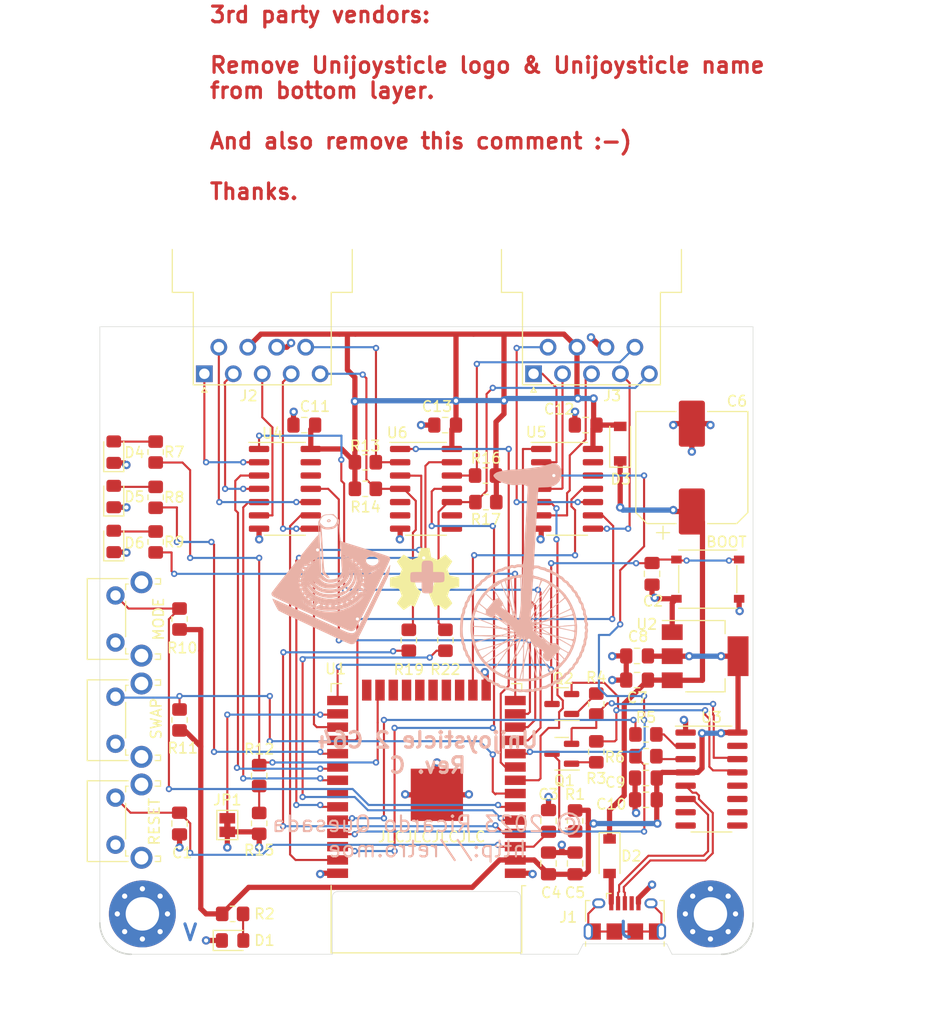
<source format=kicad_pcb>
(kicad_pcb (version 20211014) (generator pcbnew)
  (title_block (title "Unijoysticle 2 C64") (date "2023-02-07") (rev "C") (company "Ricardo Quesada"))
  (layers (0 "F.Cu" signal) (1 "In1.Cu" power) (2 "In2.Cu" power) (31 "B.Cu" signal) (34 "B.Paste" user) (35 "F.Paste" user) (36 "B.SilkS" user "B.Silkscreen") (37 "F.SilkS" user "F.Silkscreen") (38 "B.Mask" user) (39 "F.Mask" user) (44 "Edge.Cuts" user))
  (net 0 "")
  (net 1 "/ESP32/ESP_EN")
  (net 2 "+3V3")
  (net 3 "VBUS")
  (net 4 "GPIO_BOOTSTRAP_04")
  (net 5 "/ESP32/ESP_BOOT")
  (net 6 "Net-(D4-Pad2)")
  (net 7 "/ESP32/+3V3_LED")
  (net 8 "/USB Serial & Power/USBD-")
  (net 9 "/USB Serial & Power/USBD+")
  (net 10 "RTS_PROG")
  (net 11 "DTR_PROG")
  (net 12 "Net-(R5-Pad2)")
  (net 13 "Net-(R6-Pad2)")
  (net 14 "+5V")
  (net 15 "Net-(Q1-Pad1)")
  (net 16 "Net-(Q2-Pad1)")
  (net 17 "UART_TX")
  (net 18 "UART_RX")
  (net 19 "GPIO_39")
  (net 20 "GPIO_SWITCH_USER1")
  (net 21 "GPIO_SWITCH_USER2")
  (net 22 "GPIO_J2_LEFT")
  (net 23 "GPIO_J1_POTX")
  (net 24 "GPIO_J2_DOWN")
  (net 25 "GPIO_J1_UP")
  (net 26 "GPIO_J2_UP")
  (net 27 "GPIO_J1_FIRE")
  (net 28 "GPIO_LED_J2")
  (net 29 "GPIO_J2_FIRE")
  (net 30 "GPIO_J1_POTY")
  (net 31 "GPIO_J2_RIGHT")
  (net 32 "GPIO_LED_J1")
  (net 33 "GPIO_J1_DOWN")
  (net 34 "GPIO_J1_LEFT")
  (net 35 "GPIO_J2_POTX")
  (net 36 "GPIO_J2_POTY")
  (net 37 "GPIO_J1_RIGHT")
  (net 38 "Net-(D6-Pad2)")
  (net 39 "/C64 Ports/J1_UP")
  (net 40 "/C64 Ports/J1_DOWN")
  (net 41 "/C64 Ports/J1_LEFT")
  (net 42 "/C64 Ports/J1_RIGHT")
  (net 43 "/C64 Ports/J1_FIRE")
  (net 44 "/C64 Ports/J1_POTX")
  (net 45 "/C64 Ports/J2_UP")
  (net 46 "/C64 Ports/J2_DOWN")
  (net 47 "/C64 Ports/J2_LEFT")
  (net 48 "/C64 Ports/J2_RIGHT")
  (net 49 "/C64 Ports/J2_FIRE")
  (net 50 "/C64 Ports/J2_POTX")
  (net 51 "Net-(D5-Pad2)")
  (net 53 "unconnected-(J1-Pad6)")
  (net 69 "GND")
  (net 70 "GPIO_BOOTSTRAP_15_LED_BT")
  (net 71 "GPIO_36")
  (net 72 "Net-(R12-Pad1)")
  (net 81 "/C64 Ports/J1_POTY")
  (net 82 "/C64 Ports/J2_POTY")
  (net 83 "/USB Serial & Power/+5V_FILTERED")
  (footprint "Connector_USB:USB_Micro-B_Amphenol_10118194_Horizontal" (layer "F.Cu") (at 132.4864 146.526)
    (fp_text reference "J1")
    (fp_text value "USB_B_Micro")
  )
  (footprint "Connector_Dsub:DSUB-9_Female_Horizontal_P2.77x2.54mm_EdgePinOffset9.40mm" (layer "F.Cu") (at 92.25 94.5 180)
    (fp_text reference "J2")
    (fp_text value "PORT JOY #1")
  )
  (footprint "RF_Module:ESP32-WROOM-32" (layer "F.Cu") (at 113.5 134 180)
    (fp_text reference "U1")
    (fp_text value "ESP32-WROOM-32E")
  )
  (footprint "Package_SO:SOIC-16_3.9x9.9mm_P1.27mm" (layer "F.Cu") (at 140.7734 133.2484)
    (fp_text reference "U3")
    (fp_text value "CH340C")
  )
  (footprint "Package_SO:SOIC-14_3.9x8.7mm_P1.27mm" (layer "F.Cu") (at 99.959 105.5)
    (fp_text reference "U4")
    (fp_text value "74HC05")
  )
  (footprint "Package_TO_SOT_SMD:SOT-223-3_TabPin2" (layer "F.Cu") (at 140.167 121.502)
    (fp_text reference "U2")
    (fp_text value "AMS1117-3.3")
  )
  (footprint "MountingHole:MountingHole_3.2mm_M3_Pad_Via" (layer "F.Cu") (at 86.319 146.14)
    (fp_text reference "H1")
    (fp_text value "MountingHole_Pad")
  )
  (footprint "MountingHole:MountingHole_3.2mm_M3_Pad_Via" (layer "F.Cu") (at 140.675 146.14)
    (fp_text reference "H2")
    (fp_text value "MountingHole_Pad")
  )
  (footprint "Package_SO:SOIC-14_3.9x8.7mm_P1.27mm" (layer "F.Cu") (at 113.459 105.5)
    (fp_text reference "U6")
    (fp_text value "74HC05")
  )
  (footprint "Package_SO:SOIC-14_3.9x8.7mm_P1.27mm" (layer "F.Cu") (at 126.959 105.5)
    (fp_text reference "U5")
    (fp_text value "74HC05")
  )
  (footprint "Package_TO_SOT_SMD:SOT-23" (layer "F.Cu") (at 126.451 130.83 180)
    (fp_text reference "Q1")
    (fp_text value "S8050")
  )
  (footprint "Package_TO_SOT_SMD:SOT-23" (layer "F.Cu") (at 126.451 126.074 180)
    (fp_text reference "Q2")
    (fp_text value "S8050")
  )
  (footprint "Connector_Dsub:DSUB-9_Female_Horizontal_P2.77x2.54mm_EdgePinOffset9.40mm" (layer "F.Cu") (at 123.75 94.5 180)
    (fp_text reference "J3")
    (fp_text value "PORT JOY #2")
  )
  (footprint "Resistor_SMD:R_0805_2012Metric_Pad1.20x1.40mm_HandSolder" (layer "F.Cu") (at 87.589 101.9854 -90)
    (fp_text reference "R7")
    (fp_text value "3K3")
  )
  (footprint "Resistor_SMD:R_0805_2012Metric_Pad1.20x1.40mm_HandSolder" (layer "F.Cu") (at 107.655 102.96)
    (fp_text reference "R13")
    (fp_text value "2K7")
  )
  (footprint "Resistor_SMD:R_0805_2012Metric_Pad1.20x1.40mm_HandSolder" (layer "F.Cu") (at 97.495 137.488 90)
    (fp_text reference "R15")
    (fp_text value "0")
  )
  (footprint "LED_SMD:LED_0805_2012Metric_Pad1.15x1.40mm_HandSolder" (layer "F.Cu") (at 83.5808 101.9948 90)
    (fp_text reference "D4")
    (fp_text value "BLUE")
  )
  (footprint "LED_SMD:LED_0805_2012Metric_Pad1.15x1.40mm_HandSolder" (layer "F.Cu") (at 83.5808 110.5292 90)
    (fp_text reference "D6")
    (fp_text value "RED")
  )
  (footprint "Resistor_SMD:R_0805_2012Metric_Pad1.20x1.40mm_HandSolder" (layer "F.Cu") (at 119.155 104.23 180)
    (fp_text reference "R16")
    (fp_text value "2K7")
  )
  (footprint "Resistor_SMD:R_0805_2012Metric_Pad1.20x1.40mm_HandSolder" (layer "F.Cu") (at 97.495 132.916 90)
    (fp_text reference "R12")
    (fp_text value "3K3")
  )
  (footprint "Resistor_SMD:R_0805_2012Metric_Pad1.20x1.40mm_HandSolder" (layer "F.Cu") (at 127.721 137.25 90)
    (fp_text reference "R1")
    (fp_text value "10K")
  )
  (footprint "Resistor_SMD:R_0805_2012Metric_Pad1.20x1.40mm_HandSolder" (layer "F.Cu") (at 134.5 131.064)
    (fp_text reference "R6")
    (fp_text value "1K")
  )
  (footprint "Button_Switch_THT:SW_Tactile_SPST_Angled_PTS645Vx39-2LFS" (layer "F.Cu") (at 83.7455 139.525 90)
    (fp_text reference "SW1")
    (fp_text value "RESET")
  )
  (footprint "Button_Switch_THT:SW_Tactile_SPST_Angled_PTS645Vx39-2LFS" (layer "F.Cu") (at 83.7455 120.1956 90)
    (fp_text reference "SW3")
    (fp_text value "MODE")
  )
  (footprint "Capacitor_SMD:C_0805_2012Metric_Pad1.18x1.45mm_HandSolder" (layer "F.Cu") (at 133.655 123.788 180)
    (fp_text reference "C7")
    (fp_text value "22uF")
  )
  (footprint "Capacitor_SMD:C_0805_2012Metric_Pad1.18x1.45mm_HandSolder" (layer "F.Cu") (at 101.813 99.404 180)
    (fp_text reference "C11")
    (fp_text value ".1uF")
  )
  (footprint "Capacitor_SMD:C_0805_2012Metric_Pad1.18x1.45mm_HandSolder" (layer "F.Cu") (at 125.181 141.314 90)
    (fp_text reference "C4")
    (fp_text value ".1uF")
  )
  (footprint "Jumper:SolderJumper-2_P1.3mm_Bridged_Pad1.0x1.5mm" (layer "F.Cu") (at 94.447 137.646 90)
    (fp_text reference "JP1")
    (fp_text value "SolderJumper_2_Bridged")
  )
  (footprint "Capacitor_SMD:C_0805_2012Metric_Pad1.18x1.45mm_HandSolder" (layer "F.Cu") (at 89.875 137.504 90)
    (fp_text reference "C1")
    (fp_text value ".1uF")
  )
  (footprint "Capacitor_SMD:C_0805_2012Metric_Pad1.18x1.45mm_HandSolder" (layer "F.Cu") (at 135.087 113.628 90)
    (fp_text reference "C2")
    (fp_text value ".1uF")
  )
  (footprint "LED_SMD:LED_0805_2012Metric_Pad1.15x1.40mm_HandSolder" (layer "F.Cu") (at 83.5808 106.2366 90)
    (fp_text reference "D5")
    (fp_text value "GREEN")
  )
  (footprint "Resistor_SMD:R_0805_2012Metric_Pad1.20x1.40mm_HandSolder" (layer "F.Cu") (at 129.753 130.646 90)
    (fp_text reference "R3")
    (fp_text value "10K")
  )
  (footprint "Capacitor_SMD:C_0805_2012Metric_Pad1.18x1.45mm_HandSolder" (layer "F.Cu") (at 134.5 135.2296 180)
    (fp_text reference "C10")
    (fp_text value "1uF")
  )
  (footprint "Diode_SMD:D_SOD-123" (layer "F.Cu") (at 131.023 140.6266 -90)
    (fp_text reference "D2")
    (fp_text value "1N5819")
  )
  (footprint "Resistor_SMD:R_0805_2012Metric_Pad1.20x1.40mm_HandSolder" (layer "F.Cu") (at 119.185 106.77 180)
    (fp_text reference "R17")
    (fp_text value "2K7")
  )
  (footprint "Capacitor_SMD:C_0805_2012Metric_Pad1.18x1.45mm_HandSolder" (layer "F.Cu") (at 134.5 133.1468 180)
    (fp_text reference "C9")
    (fp_text value ".1uF")
  )
  (footprint "Capacitor_SMD:C_0805_2012Metric_Pad1.18x1.45mm_HandSolder" (layer "F.Cu") (at 127.721 141.314 -90)
    (fp_text reference "C5")
    (fp_text value "22uF")
  )
  (footprint "Button_Switch_THT:SW_Tactile_SPST_Angled_PTS645Vx39-2LFS" (layer "F.Cu") (at 83.7455 129.873 90)
    (fp_text reference "SW4")
    (fp_text value "SWAP")
  )
  (footprint "Resistor_SMD:R_0805_2012Metric_Pad1.20x1.40mm_HandSolder" (layer "F.Cu") (at 87.589 106.3128 -90)
    (fp_text reference "R8")
    (fp_text value "3K3")
  )
  (footprint "Resistor_SMD:R_0805_2012Metric_Pad1.20x1.40mm_HandSolder" (layer "F.Cu") (at 129.753 126.074 -90)
    (fp_text reference "R4")
    (fp_text value "10K")
  )
  (footprint "Capacitor_SMD:CP_Elec_10x10.5" (layer "F.Cu") (at 138.897 103.468 90)
    (fp_text reference "C6")
    (fp_text value "2200uF")
  )
  (footprint "Resistor_SMD:R_0805_2012Metric_Pad1.20x1.40mm_HandSolder" (layer "F.Cu") (at 87.589 110.58 -90)
    (fp_text reference "R9")
    (fp_text value "3K3")
  )
  (footprint "Resistor_SMD:R_0805_2012Metric_Pad1.20x1.40mm_HandSolder" (layer "F.Cu") (at 94.955 146.14 180)
    (fp_text reference "R2")
    (fp_text value "3K3")
  )
  (footprint "Capacitor_SMD:C_0805_2012Metric_Pad1.18x1.45mm_HandSolder" (layer "F.Cu") (at 133.655 121.4766 180)
    (fp_text reference "C8")
    (fp_text value "22uF")
  )
  (footprint "Resistor_SMD:R_0805_2012Metric_Pad1.20x1.40mm_HandSolder" (layer "F.Cu") (at 89.875 127.598 90)
    (fp_text reference "R11")
    (fp_text value "10K")
  )
  (footprint "Resistor_SMD:R_0805_2012Metric_Pad1.20x1.40mm_HandSolder" (layer "F.Cu") (at 107.655 105.5)
    (fp_text reference "R14")
    (fp_text value "2K7")
  )
  (footprint "LED_SMD:LED_0805_2012Metric_Pad1.15x1.40mm_HandSolder" (layer "F.Cu") (at 94.955 148.68)
    (fp_text reference "D1")
    (fp_text value "PWR")
  )
  (footprint "Resistor_SMD:R_0805_2012Metric_Pad1.20x1.40mm_HandSolder" (layer "F.Cu") (at 134.5 128.9812)
    (fp_text reference "R5")
    (fp_text value "1K")
  )
  (footprint "Capacitor_SMD:C_0805_2012Metric_Pad1.18x1.45mm_HandSolder" (layer "F.Cu") (at 125.181 137.25 90)
    (fp_text reference "C3")
    (fp_text value "10uF")
  )
  (footprint "Capacitor_SMD:C_0805_2012Metric_Pad1.18x1.45mm_HandSolder" (layer "F.Cu") (at 128.737 99.404 180)
    (fp_text reference "C12")
    (fp_text value ".1uF")
  )
  (footprint "Diode_SMD:D_SOD-123" (layer "F.Cu") (at 132.039 101.182 90)
    (fp_text reference "D3")
    (fp_text value "1N5819")
  )
  (footprint "Resistor_SMD:R_0805_2012Metric_Pad1.20x1.40mm_HandSolder" (layer "F.Cu") (at 115.315 119.978 -90)
    (fp_text reference "R22")
    (fp_text value "6K8")
  )
  (footprint "Unijoysticle:SW_Push_1P1T_NO_5.1x5.1mm" (layer "F.Cu") (at 140.421 114.136 180)
    (fp_text reference "SW2")
    (fp_text value "BOOT")
  )
  (footprint "Resistor_SMD:R_0805_2012Metric_Pad1.20x1.40mm_HandSolder" (layer "F.Cu") (at 89.875 117.946 90)
    (fp_text reference "R10")
    (fp_text value "10K")
  )
  (footprint "Symbol:OSHW-Symbol_6.7x6mm_SilkScreen" (layer "F.Cu") (at 113.315 114.13)
    (fp_text reference "REF**" hide)
    (fp_text value "OSHW-Symbol_6.7x6mm_SilkScreen" hide)
  )
  (footprint "Resistor_SMD:R_0805_2012Metric_Pad1.20x1.40mm_HandSolder" (layer "F.Cu") (at 111.815 119.978 -90)
    (fp_text reference "R19")
    (fp_text value "6K8")
  )
  (footprint "Capacitor_SMD:C_0805_2012Metric_Pad1.18x1.45mm_HandSolder" (layer "F.Cu") (at 115.2906 99.404 180)
    (fp_text reference "C13")
    (fp_text value ".1uF")
  )
  (footprint "Unijoysticle:unijoysticle_logo" (layer "B.Cu") (at 113.6904 114.1476 180)
    (fp_text reference "G***" hide)
    (fp_text value "LOGO" hide)
  )
  (gr_line (start 82.25 90) (end 82.25 147) (layer "Edge.Cuts") (width 0.05))
  (gr_line (start 85.25 150) (end 104.5 150) (layer "Edge.Cuts") (width 0.05))
  (gr_line (start 144.75 90) (end 82.25 90) (layer "Edge.Cuts") (width 0.05))
  (gr_line (start 144.75 147) (end 144.75 90) (layer "Edge.Cuts") (width 0.05))
  (gr_line (start 137 150) (end 141.75 150) (layer "Edge.Cuts") (width 0.05))
  (gr_line (start 136.5 149) (end 137 150) (layer "Edge.Cuts") (width 0.05))
  (gr_arc (start 85.25 150) (mid 83.12868 149.12132) (end 82.25 147) (layer "Edge.Cuts") (width 0.15))
  (gr_line (start 122.5 150) (end 122.50059 144.5) (layer "Edge.Cuts") (width 0.05))
  (gr_arc (start 144.75 147) (mid 143.87132 149.12132) (end 141.75 150) (layer "Edge.Cuts") (width 0.15))
  (gr_arc (start 104.49921 144.5) (mid 104.649657 144.14479) (end 105.00721 144) (layer "Edge.Cuts") (width 0.05))
  (gr_line (start 128.5 149) (end 136.5 149) (layer "Edge.Cuts") (width 0.05))
  (gr_arc (start 121.99259 144) (mid 122.350143 144.14479) (end 122.50059 144.5) (layer "Edge.Cuts") (width 0.05))
  (gr_line (start 128 150) (end 122.5 150) (layer "Edge.Cuts") (width 0.05))
  (gr_line (start 104.49921 144.5) (end 104.5 150) (layer "Edge.Cuts") (width 0.05))
  (gr_line (start 128.5 149) (end 128 150) (layer "Edge.Cuts") (width 0.05))
  (gr_line (start 121.99259 144) (end 105.00721 144) (layer "Edge.Cuts") (width 0.05))
  (gr_text "3rd party vendors:\n\nRemove Unijoysticle logo & Unijoysticle name\nfrom bottom layer.\n\nAnd also remove this comment :-)\n\nThanks." (at 92.625 68.62) (layer "F.Cu") (effects (font (size 1.5 1.5) (thickness 0.3)) (justify left)))
  (gr_text "V" (at 90.891 147.918) (layer "B.Cu") (effects (font (size 1.5 1.5) (thickness 0.3))))
  (gr_text "J" (at 132.547 147.664) (layer "B.Cu") (effects (font (size 1.5 1.5) (thickness 0.3)) (justify mirror)))
  (gr_text "Unijoysticle 2 C64\nRev. C" (at 113.615 130.73) (layer "B.SilkS") (effects (font (size 1.5 1.5) (thickness 0.3)) (justify mirror)))
  (gr_text "©️ 2023 Ricardo Quesada\nhttp://retro.moe" (at 113.5634 138.75) (layer "B.SilkS") (effects (font (size 1.5 1.5) (thickness 0.2)) (justify mirror)))
  (gr_text "JLCJLCJLCJLC" (at 114.005 138.774) (layer "F.SilkS") (effects (font (size 1 1))))
  (segment (start 126.4295 138.2875) (end 127.6835 138.2875) (width 0.2) (layer "F.Cu") (net 1))
  (segment (start 90.9 137.4915) (end 89.875 136.4665) (width 0.2) (layer "F.Cu") (net 1))
  (segment (start 90.9 140.289) (end 90.9 137.4915) (width 0.2) (layer "F.Cu") (net 1))
  (segment (start 90.891 140.298) (end 90.9 140.289) (width 0.2) (layer "F.Cu") (net 1))
  (segment (start 126.2185 138.2875) (end 126.4295 138.2875) (width 0.2) (layer "F.Cu") (net 1))
  (segment (start 122 139.715) (end 120.534 139.715) (width 0.2) (layer "F.Cu") (net 1))
  (segment (start 125.181 138.2875) (end 126.2185 138.2875) (width 0.2) (layer "F.Cu") (net 1))
  (segment (start 126.206 138.275) (end 126.2185 138.2875) (width 0.2) (layer "F.Cu") (net 1))
  (segment (start 126.206 131.5225) (end 126.206 138.275) (width 0.2) (layer "F.Cu") (net 1))
  (segment (start 122 139.715) (end 123.7535 139.715) (width 0.2) (layer "F.Cu") (net 1))
  (segment (start 120.534 139.715) (end 120.355 139.536) (width 0.2) (layer "F.Cu") (net 1))
  (segment (start 127.6835 138.2875) (end 127.721 138.25) (width 0.2) (layer "F.Cu") (net 1))
  (segment (start 85.187 136.4665) (end 89.875 136.4665) (width 0.2) (layer "F.Cu") (net 1))
  (segment (start 123.7535 139.715) (end 125.181 138.2875) (width 0.2) (layer "F.Cu") (net 1))
  (segment (start 83.7455 135.025) (end 85.187 136.4665) (width 0.2) (layer "F.Cu") (net 1))
  (segment (start 125.5135 130.83) (end 126.206 131.5225) (width 0.2) (layer "F.Cu") (net 1))
  (via (at 90.891 140.298) (size 0.6) (drill 0.3) (layers "F.Cu" "B.Cu") (net 1))
  (via (at 120.355 139.536) (size 0.6) (drill 0.3) (layers "F.Cu" "B.Cu") (net 1))
  (segment (start 91.083 140.49) (end 90.891 140.298) (width 0.2) (layer "B.Cu") (net 1))
  (segment (start 120.355 139.536) (end 98.73895 139.536) (width 0.2) (layer "B.Cu") (net 1))
  (segment (start 98.73895 139.536) (end 97.78495 140.49) (width 0.2) (layer "B.Cu") (net 1))
  (segment (start 97.78495 140.49) (end 91.083 140.49) (width 0.2) (layer "B.Cu") (net 1))
  (segment (start 137.017 121.502) (end 134.7179 121.502) (width 0.5) (layer "F.Cu") (net 2))
  (segment (start 91.907 130.138) (end 90.367 128.598) (width 0.5) (layer "F.Cu") (net 2))
  (segment (start 141.7556 128.8034) (end 141.691 128.868) (width 0.5) (layer "F.Cu") (net 2))
  (segment (start 128.991 142.076) (end 128.7155 142.3515) (width 0.5) (layer "F.Cu") (net 2))
  (segment (start 93.955 146.14) (end 92.415 146.14) (width 0.5) (layer "F.Cu") (net 2))
  (segment (start 129.499 137.504) (end 128.991 137.504) (width 0.5) (layer "F.Cu") (net 2))
  (segment (start 127.721 136.25) (end 127.737 136.234) (width 0.5) (layer "F.Cu") (net 2))
  (segment (start 117.885 143.6) (end 96.495 143.6) (width 0.5) (layer "F.Cu") (net 2))
  (segment (start 120.5 140.985) (end 117.885 143.6) (width 0.5) (layer "F.Cu") (net 2))
  (segment (start 138.2984 132.6134) (end 136.0709 132.6134) (width 0.5) (layer "F.Cu") (net 2))
  (segment (start 135.5375 135.2296) (end 135.5375 137.4465) (width 0.5) (layer "F.Cu") (net 2))
  (segment (start 136.0709 132.6134) (end 135.5375 133.1468) (width 0.5) (layer "F.Cu") (net 2))
  (segment (start 143.2484 128.8034) (end 141.7556 128.8034) (width 0.5) (layer "F.Cu") (net 2))
  (segment (start 92.415 146.14) (end 91.907 145.632) (width 0.5) (layer "F.Cu") (net 2))
  (segment (start 139.4696 132.6134) (end 139.8729 132.2101) (width 0.5) (layer "F.Cu") (net 2))
  (segment (start 91.907 145.632) (end 91.907 130.138) (width 0.5) (layer "F.Cu") (net 2))
  (segment (start 91.907 118.962) (end 89.891 118.962) (width 0.5) (layer "F.Cu") (net 2))
  (segment (start 138.643 121.502) (end 137.017 121.502) (width 0.5) (layer "F.Cu") (net 2))
  (segment (start 125.181 142.3515) (end 123.8145 140.985) (width 0.5) (layer "F.Cu") (net 2))
  (segment (start 128.7155 142.3515) (end 127.721 142.3515) (width 0.5) (layer "F.Cu") (net 2))
  (segment (start 89.891 118.962) (end 89.875 118.946) (width 0.5) (layer "F.Cu") (net 2))
  (segment (start 143.317 128.7348) (end 143.317 121.502) (width 0.5) (layer "F.Cu") (net 2))
  (segment (start 143.317 121.502) (end 141.691 121.502) (width 0.5) (layer "F.Cu") (net 2))
  (segment (start 91.907 130.138) (end 91.907 120.978) (width 0.5) (layer "F.Cu") (net 2))
  (segment (start 128.991 136.234) (end 128.991 137.504) (width 0.5) (layer "F.Cu") (net 2))
  (segment (start 90.367 128.598) (end 89.875 128.598) (width 0.5) (layer "F.Cu") (net 2))
  (segment (start 138.2984 132.6134) (end 139.4696 132.6134) (width 0.5) (layer "F.Cu") (net 2))
  (segment (start 128.991 137.504) (end 128.991 142.076) (width 0.5) (layer "F.Cu") (net 2))
  (segment (start 139.8729 132.2101) (end 139.8729 128.868) (width 0.5) (layer "F.Cu") (net 2))
  (segment (start 135.5375 137.4465) (end 135.595 137.504) (width 0.5) (layer "F.Cu") (net 2))
  (segment (start 127.721 142.3515) (end 125.181 142.3515) (width 0.5) (layer "F.Cu") (net 2))
  (segment (start 96.495 143.6) (end 93.955 146.14) (width 0.5) (layer "F.Cu") (net 2))
  (segment (start 91.907 118.962) (end 91.907 120.978) (width 0.5) (layer "F.Cu") (net 2))
  (segment (start 127.737 136.234) (end 128.991 136.234) (width 0.5) (layer "F.Cu") (net 2))
  (segment (start 134.7179 121.502) (end 134.6925 121.4766) (width 0.5) (layer "F.Cu") (net 2))
  (segment (start 123.8145 140.985) (end 122 140.985) (width 0.5) (layer "F.Cu") (net 2))
  (segment (start 122 140.985) (end 120.5 140.985) (width 0.5) (layer "F.Cu") (net 2))
  (segment (start 135.5375 135.2296) (end 135.5375 133.1468) (width 0.5) (layer "F.Cu") (net 2))
  (via (at 141.691 128.868) (size 0.8) (drill 0.4) (layers "F.Cu" "B.Cu") (net 2))
  (via (at 138.643 121.502) (size 0.8) (drill 0.4) (layers "F.Cu" "B.Cu") (net 2))
  (via (at 139.8729 128.868) (size 0.8) (drill 0.4) (layers "F.Cu" "B.Cu") (net 2))
  (via (at 135.595 137.504) (size 0.8) (drill 0.4) (layers "F.Cu" "B.Cu") (net 2))
  (via (at 141.691 121.502) (size 0.8) (drill 0.4) (layers "F.Cu" "B.Cu") (net 2))
  (via (at 129.499 137.504) (size 0.8) (drill 0.4) (layers "F.Cu" "B.Cu") (net 2))
  (segment (start 141.691 128.868) (end 139.8729 128.868) (width 0.5) (layer "B.Cu") (net 2))
  (segment (start 141.691 121.502) (end 138.643 121.502) (width 0.5) (layer "B.Cu") (net 2))
  (segment (start 135.595 137.504) (end 129.499 137.504) (width 0.5) (layer "B.Cu") (net 2))
  (segment (start 131.1864 142.44) (end 131.023 142.2766) (width 0.5) (layer "F.Cu") (net 3))
  (segment (start 131.1864 145.126) (end 131.1864 142.44) (width 0.5) (layer "F.Cu") (net 3))
  (segment (start 94.447 136.996) (end 94.447 127.09) (width 0.2) (layer "F.Cu") (net 4))
  (segment (start 104.925 127.09) (end 105 127.015) (width 0.2) (layer "F.Cu") (net 4))
  (segment (start 103.337 127.09) (end 104.925 127.09) (width 0.2) (layer "F.Cu") (net 4))
  (via (at 94.447 127.09) (size 0.6) (drill 0.3) (layers "F.Cu" "B.Cu") (net 4))
  (via (at 103.337 127.09) (size 0.6) (drill 0.3) (layers "F.Cu" "B.Cu") (net 4))
  (segment (start 94.447 127.09) (end 103.337 127.09) (width 0.2) (layer "B.Cu") (net 4))
  (segment (start 105 122.633) (end 105 125.745) (width 0.2) (layer "F.Cu") (net 5))
  (segment (start 135.0655 112.612) (end 135.087 112.5905) (width 0.2) (layer "F.Cu") (net 5))
  (segment (start 125.5135 122.8505) (end 125.435 122.772) (width 0.2) (layer "F.Cu") (net 5))
  (segment (start 143.421 112.261) (end 142.55 112.261) (width 0.2) (layer "F.Cu") (net 5))
  (segment (start 125.5135 126.074) (end 125.5135 122.8505) (width 0.2) (layer "F.Cu") (net 5))
  (segment (start 135.4165 112.261) (end 135.087 112.5905) (width 0.2) (layer "F.Cu") (net 5))
  (segment (start 142.55 112.261) (end 142.453 112.358) (width 0.2) (layer "F.Cu") (net 5))
  (segment (start 125.435 122.772) (end 125.435 113.12) (width 0.2) (layer "F.Cu") (net 5))
  (segment (start 138.389 112.358) (end 137.518 112.358) (width 0.2) (layer "F.Cu") (net 5))
  (segment (start 125.4355 113.1195) (end 125.4355 112.612) (width 0.2) (layer "F.Cu") (net 5))
  (segment (start 137.518 112.358) (end 137.421 112.261) (width 0.2) (layer "F.Cu") (net 5))
  (segment (start 137.421 112.261) (end 135.4165 112.261) (width 0.2) (layer "F.Cu") (net 5))
  (segment (start 105.115 122.518) (end 105 122.633) (width 0.2) (layer "F.Cu") (net 5))
  (segment (start 133.563 112.612) (end 135.0655 112.612) (width 0.2) (layer "F.Cu") (net 5))
  (segment (start 125.435 113.12) (end 125.4355 113.1195) (width 0.2) (layer "F.Cu") (net 5))
  (via (at 142.453 112.358) (size 0.6) (drill 0.3) (layers "F.Cu" "B.Cu") (net 5))
  (via (at 125.435 122.772) (size 0.6) (drill 0.3) (layers "F.Cu" "B.Cu") (net 5))
  (via (at 125.4355 112.612) (size 0.6) (drill 0.3) (layers "F.Cu" "B.Cu") (net 5))
  (via (at 133.563 112.612) (size 0.6) (drill 0.3) (layers "F.Cu" "B.Cu") (net 5))
  (via (at 105.115 122.518) (size 0.6) (drill 0.3) (layers "F.Cu" "B.Cu") (net 5))
  (via (at 138.389 112.358) (size 0.6) (drill 0.3) (layers "F.Cu" "B.Cu") (net 5))
  (segment (start 105.307 122.326) (end 105.115 122.518) (width 0.2) (layer "B.Cu") (net 5))
  (segment (start 142.453 112.358) (end 138.389 112.358) (width 0.2) (layer "B.Cu") (net 5))
  (segment (start 125.435 122.772) (end 124.989 122.326) (width 0.2) (layer "B.Cu") (net 5))
  (segment (start 124.989 122.326) (end 105.307 122.326) (width 0.2) (layer "B.Cu") (net 5))
  (segment (start 125.4355 112.612) (end 133.563 112.612) (width 0.2) (layer "B.Cu") (net 5))
  (segment (start 83.5964 100.9854) (end 83.5808 100.9698) (width 0.2) (layer "F.Cu") (net 6))
  (segment (start 87.589 100.9854) (end 83.5964 100.9854) (width 0.2) (layer "F.Cu") (net 6))
  (segment (start 95.955 146.14) (end 95.955 148.655) (width 0.2) (layer "F.Cu") (net 7))
  (segment (start 95.955 148.655) (end 95.98 148.68) (width 0.2) (layer "F.Cu") (net 7))
  (segment (start 131.9364 144.013499) (end 131.9364 143.3844) (width 0.2) (layer "F.Cu") (net 8))
  (segment (start 140.45 140.144719) (end 140.45 136.671397) (width 0.2) (layer "F.Cu") (net 8))
  (segment (start 138.932003 135.1534) (end 138.2984 135.1534) (width 0.2) (layer "F.Cu") (net 8))
  (segment (start 140.013719 140.581) (end 140.45 140.144719) (width 0.2) (layer "F.Cu") (net 8))
  (segment (start 140.45 136.671397) (end 138.932003 135.1534) (width 0.2) (layer "F.Cu") (net 8))
  (segment (start 131.8364 145.126) (end 131.8364 144.113499) (width 0.2) (layer "F.Cu") (net 8))
  (segment (start 134.7398 140.581) (end 140.013719 140.581) (width 0.2) (layer "F.Cu") (net 8))
  (segment (start 131.8364 144.113499) (end 131.9364 144.013499) (width 0.2) (layer "F.Cu") (net 8))
  (segment (start 131.9364 143.3844) (end 134.7398 140.581) (width 0.2) (layer "F.Cu") (net 8))
  (segment (start 139.5734 135.1584) (end 139.5734 134.817004) (width 0.2) (layer "F.Cu") (net 9))
  (segment (start 132.3864 144.013499) (end 132.3864 143.5708) (width 0.2) (layer "F.Cu") (net 9))
  (segment (start 132.4864 144.113499) (end 132.3864 144.013499) (width 0.2) (layer "F.Cu") (net 9))
  (segment (start 138.9684 134.5534) (end 138.2984 133.8834) (width 0.2) (layer "F.Cu") (net 9))
  (segment (start 132.4864 145.126) (end 132.4864 144.113499) (width 0.2) (layer "F.Cu") (net 9))
  (segment (start 140.9 140.331119) (end 140.9 136.485) (width 0.2) (layer "F.Cu") (net 9))
  (segment (start 134.9262 141.031) (end 140.200119 141.031) (width 0.2) (layer "F.Cu") (net 9))
  (segment (start 139.309796 134.5534) (end 138.9684 134.5534) (width 0.2) (layer "F.Cu") (net 9))
  (segment (start 132.3864 143.5708) (end 134.9262 141.031) (width 0.2) (layer "F.Cu") (net 9))
  (segment (start 139.5734 134.817004) (end 139.309796 134.5534) (width 0.2) (layer "F.Cu") (net 9))
  (segment (start 140.9 136.485) (end 139.5734 135.1584) (width 0.2) (layer "F.Cu") (net 9))
  (segment (start 140.200119 141.031) (end 140.9 140.331119) (width 0.2) (layer "F.Cu") (net 9))
  (segment (start 130.819324 126.007676) (end 129.753 127.074) (width 0.2) (layer "F.Cu") (net 10))
  (segment (start 127.3885 129.88) (end 127.3885 128.4385) (width 0.2) (layer "F.Cu") (net 10))
  (segment (start 140.991 131.216) (end 143.121 131.216) (width 0.2) (layer "F.Cu") (net 10))
  (segment (start 129.753 128.36) (end 129.753 127.074) (width 0.2) (layer "F.Cu") (net 10))
  (segment (start 127.3885 128.4385) (end 127.467 128.36) (width 0.2) (layer "F.Cu") (net 10))
  (segment (start 140.991 127.152) (end 140.929 127.09) (width 0.2) (layer "F.Cu") (net 10))
  (segment (start 140.929 127.09) (end 140.929 126.074) (width 0.2) (layer "F.Cu") (net 10))
  (segment (start 140.991 127.152) (end 140.991 131.216) (width 0.2) (layer "F.Cu") (net 10))
  (segment (start 127.467 128.36) (end 129.753 128.36) (width 0.2) (layer "F.Cu") (net 10))
  (segment (start 131.232913 126.007676) (end 130.819324 126.007676) (width 0.2) (layer "F.Cu") (net 10))
  (segment (start 143.121 131.216) (end 143.2484 131.3434) (width 0.2) (layer "F.Cu") (net 10))
  (via (at 131.232913 126.007676) (size 0.6) (drill 0.3) (layers "F.Cu" "B.Cu") (net 10))
  (via (at 140.929 126.074) (size 0.6) (drill 0.3) (layers "F.Cu" "B.Cu") (net 10))
  (segment (start 140.929 126.074) (end 131.299237 126.074) (width 0.2) (layer "B.Cu") (net 10))
  (segment (start 131.299237 126.074) (end 131.232913 126.007676) (width 0.2) (layer "B.Cu") (net 10))
  (segment (start 143.2484 132.6134) (end 143.059 132.424) (width 0.2) (layer "F.Cu") (net 11))
  (segment (start 130.515 124.042) (end 127.467 124.042) (width 0.2) (layer "F.Cu") (net 11))
  (segment (start 131.832913 126.516087) (end 131.832913 125.359913) (width 0.2) (layer "F.Cu") (net 11))
  (segment (start 131.6755 129.4855) (end 131.515 129.646) (width 0.2) (layer "F.Cu") (net 11))
  (segment (start 140.5729 132.0679) (end 140.5729 127.4959) (width 0.2) (layer "F.Cu") (net 11))
  (segment (start 140.929 132.424) (end 140.5729 132.0679) (width 0.2) (layer "F.Cu") (net 11))
  (segment (start 131.6755 126.6735) (end 131.6755 129.4855) (width 0.2) (layer "F.Cu") (net 11))
  (segment (start 131.515 129.646) (end 129.753 129.646) (width 0.2) (layer "F.Cu") (net 11))
  (segment (start 143.059 132.424) (end 140.929 132.424) (width 0.2) (layer "F.Cu") (net 11))
  (segment (start 140.167 127.09) (end 140.167 126.6735) (width 0.2) (layer "F.Cu") (net 11))
  (segment (start 127.3885 124.1205) (end 127.3885 125.124) (width 0.2) (layer "F.Cu") (net 11))
  (segment (start 140.5729 127.4959) (end 140.167 127.09) (width 0.2) (layer "F.Cu") (net 11))
  (segment (start 131.832913 125.359913) (end 130.515 124.042) (width 0.2) (layer "F.Cu") (net 11))
  (segment (start 127.467 124.042) (end 127.3885 124.1205) (width 0.2) (layer "F.Cu") (net 11))
  (segment (start 131.6755 126.6735) (end 131.832913 126.516087) (width 0.2) (layer "F.Cu") (net 11))
  (via (at 140.167 126.6735) (size 0.6) (drill 0.3) (layers "F.Cu" "B.Cu") (net 11))
  (via (at 131.6755 126.6735) (size 0.6) (drill 0.3) (layers "F.Cu" "B.Cu") (net 11))
  (segment (start 140.167 126.6735) (end 131.6755 126.6735) (width 0.2) (layer "B.Cu") (net 11))
  (segment (start 138.2984 130.0734) (end 137.3084 130.0734) (width 0.2) (layer "F.Cu") (net 12))
  (segment (start 137.3084 130.0734) (end 136.2162 128.9812) (width 0.2) (layer "F.Cu") (net 12))
  (segment (start 136.2162 128.9812) (end 135.5 128.9812) (width 0.2) (layer "F.Cu") (net 12))
  (segment (start 135.7794 131.3434) (end 135.5 131.064) (width 0.2) (layer "F.Cu") (net 13))
  (segment (start 138.2984 131.3434) (end 135.7794 131.3434) (width 0.2) (layer "F.Cu") (net 13))
  (segment (start 129.434 99.7445) (end 129.7745 99.404) (width 0.5) (layer "F.Cu") (net 14))
  (segment (start 116.3281 97.0809) (end 116.3281 90.7309) (width 0.5) (layer "F.Cu") (net 14))
  (segment (start 129.499 99.1285) (end 129.7745 99.404) (width 0.5) (layer "F.Cu") (net 14))
  (segment (start 120.185 104.26) (end 120.155 104.23) (width 0.5) (layer "F.Cu") (net 14))
  (segment (start 120.921 98.33) (end 120.921 97.06) (width 0.5) (layer "F.Cu") (net 14))
  (segment (start 129.7745 99.404) (end 131.911 99.404) (width 0.5) (layer "F.Cu") (net 14))
  (segment (start 102.434 99.8205) (end 102.8505 99.404) (width 0.5) (layer "F.Cu") (net 14))
  (segment (start 102.434 101.69) (end 102.434 99.8205) (width 0.5) (layer "F.Cu") (net 14))
  (segment (start 116.349 90.71) (end 118.011 90.71) (width 0.5) (layer "F.Cu") (net 14))
  (segment (start 120.921 97.06) (end 120.921 90.71) (width 0.5) (layer "F.Cu") (net 14))
  (segment (start 106.655 97.134) (end 106.655 94.848) (width 0.5) (layer "F.Cu") (net 14))
  (segment (start 116.3281 90.7309) (end 116.349 90.71) (width 0.5) (layer "F.Cu") (net 14))
  (segment (start 120.185 106.77) (end 120.185 104.26) (width 0.5) (layer "F.Cu") (net 14))
  (segment (start 97.655 90.71) (end 105.173 90.71) (width 0.5) (layer "F.Cu") (net 14))
  (segment (start 105.935 90.71) (end 106.697 90.71) (width 0.5) (layer "F.Cu") (net 14))
  (segment (start 115.934 101.69) (end 115.934 99.7981) (width 0.5) (layer "F.Cu") (net 14))
  (segment (start 106.655 102.96) (end 106.655 97.134) (width 0.5) (layer "F.Cu") (net 14))
  (segment (start 127.905 96.794) (end 127.975 96.864) (width 0.5) (layer "F.Cu") (net 14))
  (segment (start 102.434 101.69) (end 105.385 101.69) (width 0.5) (layer "F.Cu") (net 14))
  (segment (start 120.155 104.23) (end 120.155 99.096) (width 0.5) (layer "F.Cu") (net 14))
  (segment (start 105.173 90.71) (end 105.935 90.71) (width 0.5) (layer "F.Cu") (net 14))
  (segment (start 127.905 91.96) (end 127.905 96.794) (width 0.5) (layer "F.Cu") (net 14))
  (segment (start 129.434 101.69) (end 129.434 99.7445) (width 0.5) (layer "F.Cu") (net 14))
  (segment (start 116.3281 99.404) (end 116.3281 97.0809) (width 0.5) (layer "F.Cu") (net 14))
  (segment (start 129.499 96.864) (end 129.499 99.1285) (width 0.5) (layer "F.Cu") (net 14))
  (segment (start 105.935 94.128) (end 105.935 90.71) (width 0.5) (layer "F.Cu") (net 14))
  (segment (start 106.655 105.5) (end 106.655 102.96) (width 0.5) (layer "F.Cu") (net 14))
  (segment (start 106.697 90.71) (end 116.349 90.71) (width 0.5) (layer "F.Cu") (net 14))
  (segment (start 120.921 90.71) (end 126.655 90.71) (width 0.5) (layer "F.Cu") (net 14))
  (segment (start 120.155 99.096) (end 120.921 98.33) (width 0.5) (layer "F.Cu") (net 14))
  (segment (start 105.385 101.69) (end 106.655 102.96) (width 0.5) (layer "F.Cu") (net 14))
  (segment (start 115.934 99.7981) (end 116.3281 99.404) (width 0.5) (layer "F.Cu") (net 14))
  (segment (start 96.405 91.96) (end 97.655 90.71) (width 0.5) (layer "F.Cu") (net 14))
  (segment (start 131.911 99.404) (end 132.039 99.532) (width 0.5) (layer "F.Cu") (net 14))
  (segment (start 106.655 94.848) (end 105.935 94.128) (width 0.5) (layer "F.Cu") (net 14))
  (segment (start 118.011 90.71) (end 120.921 90.71) (width 0.5) (layer "F.Cu") (net 14))
  (segment (start 126.655 90.71) (end 127.905 91.96) (width 0.5) (layer "F.Cu") (net 14))
  (via (at 116.3281 97.0809) (size 0.8) (drill 0.4) (layers "F.Cu" "B.Cu") (net 14))
  (via (at 127.975 96.864) (size 0.8) (drill 0.4) (layers "F.Cu" "B.Cu") (net 14))
  (via (at 120.921 97.06) (size 0.8) (drill 0.4) (layers "F.Cu" "B.Cu") (net 14))
  (via (at 106.655 97.134) (size 0.8) (drill 0.4) (layers "F.Cu" "B.Cu") (net 14))
  (via (at 129.499 96.864) (size 0.8) (drill 0.4) (layers "F.Cu" "B.Cu") (net 14))
  (segment (start 106.7081 97.0809) (end 106.655 97.134) (width 0.5) (layer "B.Cu") (net 14))
  (segment (start 116.349 97.06) (end 116.3281 97.0809) (width 0.5) (layer "B.Cu") (net 14))
  (segment (start 121.117 96.864) (end 120.921 97.06) (width 0.5) (layer "B.Cu") (net 14))
  (segment (start 120.921 97.06) (end 116.349 97.06) (width 0.5) (layer "B.Cu") (net 14))
  (segment (start 127.975 96.864) (end 121.117 96.864) (width 0.5) (layer "B.Cu") (net 14))
  (segment (start 127.975 96.864) (end 129.499 96.864) (width 0.5) (layer "B.Cu") (net 14))
  (segment (start 116.3281 97.0809) (end 106.7081 97.0809) (width 0.5) (layer "B.Cu") (net 14))
  (segment (start 127.5225 131.646) (end 127.3885 131.78) (width 0.2) (layer "F.Cu") (net 15))
  (segment (start 129.753 131.646) (end 127.5225 131.646) (width 0.2) (layer "F.Cu") (net 15))
  (segment (start 129.753 125.074) (end 127.803 127.024) (width 0.2) (layer "F.Cu") (net 16))
  (segment (start 127.803 127.024) (end 127.3885 127.024) (width 0.2) (layer "F.Cu") (net 16))
  (segment (start 106.206 137.175) (end 106.385 136.996) (width 0.2) (layer "F.Cu") (net 17))
  (segment (start 109.433 127.598) (end 109.433 136.996) (width 0.2) (layer "F.Cu") (net 17))
  (segment (start 133.5 127.789) (end 133.309 127.598) (width 0.2) (layer "F.Cu") (net 17))
  (segment (start 105 137.175) (end 106.206 137.175) (width 0.2) (layer "F.Cu") (net 17))
  (segment (start 133.5 128.9812) (end 133.5 127.789) (width 0.2) (layer "F.Cu") (net 17))
  (via (at 109.433 127.598) (size 0.6) (drill 0.3) (layers "F.Cu" "B.Cu") (net 17))
  (via (at 109.433 136.996) (size 0.6) (drill 0.3) (layers "F.Cu" "B.Cu") (net 17))
  (via (at 106.385 136.996) (size 0.6) (drill 0.3) (layers "F.Cu" "B.Cu") (net 17))
  (via (at 133.309 127.598) (size 0.6) (drill 0.3) (layers "F.Cu" "B.Cu") (net 17))
  (segment (start 106.385 136.996) (end 109.433 136.996) (width 0.2) (layer "B.Cu") (net 17))
  (segment (start 133.309 127.598) (end 109.433 127.598) (width 0.2) (layer "B.Cu") (net 17))
  (segment (start 133.5 131.064) (end 134.35 131.914) (width 0.2) (layer "F.Cu") (net 18))
  (segment (start 106.639 138.52) (end 105.075 138.52) (width 0.2) (layer "F.Cu") (net 18))
  (segment (start 134.35 131.914) (end 134.35 138.241) (width 0.2) (layer "F.Cu") (net 18))
  (segment (start 134.35 138.241) (end 134.325 138.266) (width 0.2) (layer "F.Cu") (net 18))
  (segment (start 105.075 138.52) (end 105 138.445) (width 0.2) (layer "F.Cu") (net 18))
  (via (at 134.325 138.266) (size 0.6) (drill 0.3) (layers "F.Cu" "B.Cu") (net 18))
  (via (at 106.639 138.52) (size 0.6) (drill 0.3) (layers "F.Cu" "B.Cu") (net 18))
  (segment (start 134.325 138.266) (end 106.893 138.266) (width 0.2) (layer "B.Cu") (net 18))
  (segment (start 106.893 138.266) (end 106.639 138.52) (width 0.2) (layer "B.Cu") (net 18))
  (segment (start 101.6505 134.964) (end 101.6505 121.7945) (width 0.2) (layer "F.Cu") (net 19))
  (segment (start 114.467 120.978) (end 113.815 121.63) (width 0.2) (layer "F.Cu") (net 19))
  (segment (start 120.788 137.175) (end 120.609 136.996) (width 0.2) (layer "F.Cu") (net 19))
  (segment (start 115.315 120.978) (end 114.467 120.978) (width 0.2) (layer "F.Cu") (net 19))
  (segment (start 122 137.175) (end 120.788 137.175) (width 0.2) (layer "F.Cu") (net 19))
  (via (at 120.609 136.996) (size 0.6) (drill 0.3) (layers "F.Cu" "B.Cu") (net 19))
  (via (at 101.6505 121.7945) (size 0.6) (drill 0.3) (layers "F.Cu" "B.Cu") (net 19))
  (via (at 101.6505 134.964) (size 0.6) (drill 0.3) (layers "F.Cu" "B.Cu") (net 19))
  (via (at 113.815 121.63) (size 0.6) (drill 0.3) (layers "F.Cu" "B.Cu") (net 19))
  (segment (start 113.815 121.63) (end 101.815 121.63) (width 0.2) (layer "B.Cu") (net 19))
  (segment (start 119.847 136.234) (end 107.909 136.234) (width 0.2) (layer "B.Cu") (net 19))
  (segment (start 106.639 134.964) (end 101.6505 134.964) (width 0.2) (layer "B.Cu") (net 19))
  (segment (start 107.909 136.234) (end 106.639 134.964) (width 0.2) (layer "B.Cu") (net 19))
  (segment (start 120.609 136.996) (end 119.847 136.234) (width 0.2) (layer "B.Cu") (net 19))
  (segment (start 101.815 121.63) (end 101.6505 121.7945) (width 0.2) (layer "B.Cu") (net 19))
  (segment (start 84.9959 116.946) (end 83.7455 115.6956) (width 0.2) (layer "F.Cu") (net 20))
  (segment (start 120.534 135.905) (end 120.355 135.726) (width 0.2) (layer "F.Cu") (net 20))
  (segment (start 122 135.905) (end 120.534 135.905) (width 0.2) (layer "F.Cu") (net 20))
  (segment (start 88.859 117.962) (end 89.875 116.946) (width 0.2) (layer "F.Cu") (net 20))
  (segment (start 89.875 116.946) (end 84.9959 116.946) (width 0.2) (layer "F.Cu") (net 20))
  (segment (start 88.859 134.202) (end 88.859 117.962) (width 0.2) (layer "F.Cu") (net 20))
  (via (at 88.859 134.202) (size 0.6) (drill 0.3) (layers "F.Cu" "B.Cu") (net 20))
  (via (at 120.355 135.726) (size 0.6) (drill 0.3) (layers "F.Cu" "B.Cu") (net 20))
  (segment (start 107.966686 135.726) (end 106.442686 134.202) (width 0.2) (layer "B.Cu") (net 20))
  (segment (start 106.442686 134.202) (end 88.859 134.202) (width 0.2) (layer "B.Cu") (net 20))
  (segment (start 120.355 135.726) (end 107.966686 135.726) (width 0.2) (layer "B.Cu") (net 20))
  (segment (start 98.511 129.63) (end 98.511 125.312) (width 0.2) (layer "F.Cu") (net 21))
  (segment (start 120.176 134.635) (end 120.101 134.71) (width 0.2) (layer "F.Cu") (net 21))
  (segment (start 119.847 134.456) (end 119.847 130.9) (width 0.2) (layer "F.Cu") (net 21))
  (segment (start 122 134.635) (end 120.176 134.635) (width 0.2) (layer "F.Cu") (net 21))
  (segment (start 89.875 126.598) (end 89.875 125.312) (width 0.2) (layer "F.Cu") (net 21))
  (segment (start 120.101 134.71) (end 119.847 134.456) (width 0.2) (layer "F.Cu") (net 21))
  (via (at 119.847 130.9) (size 0.6) (drill 0.3) (layers "F.Cu" "B.Cu") (net 21))
  (via (at 98.511 129.63) (size 0.6) (drill 0.3) (layers "F.Cu" "B.Cu") (net 21))
  (via (at 89.875 125.312) (size 0.6) (drill 0.3) (layers "F.Cu" "B.Cu") (net 21))
  (via (at 98.511 125.312) (size 0.6) (drill 0.3) (layers "F.Cu" "B.Cu") (net 21))
  (segment (start 118.577 129.63) (end 98.511 129.63) (width 0.2) (layer "B.Cu") (net 21))
  (segment (start 119.847 130.9) (end 118.577 129.63) (width 0.2) (layer "B.Cu") (net 21))
  (segment (start 89.875 125.312) (end 89.724 125.463) (width 0.2) (layer "B.Cu") (net 21))
  (segment (start 89.724 125.463) (end 83.8355 125.463) (width 0.2) (layer "B.Cu") (net 21))
  (segment (start 83.8355 125.463) (end 83.7455 125.373) (width 0.2) (layer "B.Cu") (net 21))
  (segment (start 98.511 125.312) (end 89.875 125.312) (width 0.2) (layer "B.Cu") (net 21))
  (segment (start 126.551 125.737604) (end 126.035 125.221604) (width 0.2) (layer "F.Cu") (net 22))
  (segment (start 122 133.365) (end 124.24 133.365) (width 0.2) (layer "F.Cu") (net 22))
  (segment (start 126.197 126.836) (end 126.551 126.482) (width 0.2) (layer "F.Cu") (net 22))
  (segment (start 124.419 129.122) (end 125.181 128.36) (width 0.2) (layer "F.Cu") (net 22))
  (segment (start 124.419 133.186) (end 124.419 129.122) (width 0.2) (layer "F.Cu") (net 22))
  (segment (start 124.484 106.77) (end 125.3435 106.77) (width 0.2) (layer "F.Cu") (net 22))
  (segment (start 125.181 128.36) (end 126.197 128.36) (width 0.2) (layer "F.Cu") (net 22))
  (segment (start 126.197 128.36) (end 126.197 126.836) (width 0.2) (layer "F.Cu") (net 22))
  (segment (start 126.035 110.418) (end 125.943 110.326) (width 0.2) (layer "F.Cu") (net 22))
  (segment (start 126.551 126.482) (end 126.551 125.737604) (width 0.2) (layer "F.Cu") (net 22))
  (segment (start 126.035 125.221604) (end 126.035 110.418) (width 0.2) (layer "F.Cu") (net 22))
  (segment (start 125.3435 106.77) (end 125.943 107.3695) (width 0.2) (layer "F.Cu") (net 22))
  (segment (start 124.24 133.365) (end 124.419 133.186) (width 0.2) (layer "F.Cu") (net 22))
  (via (at 125.943 110.326) (size 0.6) (drill 0.3) (layers "F.Cu" "B.Cu") (net 22))
  (via (at 125.943 107.3695) (size 0.6) (drill 0.3) (layers "F.Cu" "B.Cu") (net 22))
  (segment (start 125.943 107.3695) (end 125.943 110.326) (width 0.2) (layer "B.Cu") (net 22))
  (segment (start 120.609 125.086) (end 120.609 131.662) (width 0.2) (layer "F.Cu") (net 23))
  (segment (start 121.371 101.69) (end 121.371 124.324) (width 0.2) (layer "F.Cu") (net 23))
  (segment (start 121.042 132.095) (end 122 132.095) (width 0.2) (layer "F.Cu") (net 23))
  (segment (start 120.609 131.662) (end 121.042 132.095) (width 0.2) (layer "F.Cu") (net 23))
  (segment (start 110.984 101.69) (end 112.481 101.69) (width 0.2) (layer "F.Cu") (net 23))
  (segment (start 121.371 124.324) (end 120.609 125.086) (width 0.2) (layer "F.Cu") (net 23))
  (via (at 112.481 101.69) (size 0.6) (drill 0.3) (layers "F.Cu" "B.Cu") (net 23))
  (via (at 121.371 101.69) (size 0.6) (drill 0.3) (layers "F.Cu" "B.Cu") (net 23))
  (segment (start 112.481 101.69) (end 121.371 101.69) (width 0.2) (layer "B.Cu") (net 23))
  (segment (start 122 130.825) (end 123.224 130.825) (width 0.2) (layer "F.Cu") (net 24))
  (segment (start 124.484 104.23) (end 125.689 104.23) (width 0.2) (layer "F.Cu") (net 24))
  (segment (start 132.039 113.287471) (end 132.039 118.454) (width 0.2) (layer "F.Cu") (net 24))
  (segment (start 134.325 111.001471) (end 132.039 113.287471) (width 0.2) (layer "F.Cu") (net 24))
  (segment (start 134.325 127.598) (end 134.325 125.312) (width 0.2) (layer "F.Cu") (net 24))
  (segment (start 134.325 104.23) (end 134.325 111.001471) (width 0.2) (layer "F.Cu") (net 24))
  (segment (start 123.224 130.825) (end 123.403 130.646) (width 0.2) (layer "F.Cu") (net 24))
  (via (at 134.325 125.312) (size 0.6) (drill 0.3) (layers "F.Cu" "B.Cu") (net 24))
  (via (at 132.039 118.454) (size 0.6) (drill 0.3) (layers "F.Cu" "B.Cu") (net 24))
  (via (at 134.325 104.23) (size 0.6) (drill 0.3) (layers "F.Cu" "B.Cu") (net 24))
  (via (at 123.403 130.646) (size 0.6) (drill 0.3) (layers "F.Cu" "B.Cu") (net 24))
  (via (at 134.325 127.598) (size 0.6) (drill 0.3) (layers "F.Cu" "B.Cu") (net 24))
  (via (at 125.689 104.23) (size 0.6) (drill 0.3) (layers "F.Cu" "B.Cu") (net 24))
  (segment (start 125.689 104.23) (end 134.325 104.23) (width 0.2) (layer "B.Cu") (net 24))
  (segment (start 134.325 125.312) (end 130.769 125.312) (width 0.2) (layer "B.Cu") (net 24))
  (segment (start 134.37942 127.65242) (end 134.325 127.598) (width 0.2) (layer "B.Cu") (net 24))
  (segment (start 130.769 125.312) (end 130.007 124.55) (width 0.2) (layer "B.Cu") (net 24))
  (segment (start 131.023 119.47) (end 130.007 119.47) (width 0.2) (layer "B.Cu") (net 24))
  (segment (start 131.277 119.216) (end 131.023 119.47) (width 0.2) (layer "B.Cu") (net 24))
  (segment (start 134.37942 130.083466) (end 134.37942 127.65242) (width 0.2) (layer "B.Cu") (net 24))
  (segment (start 132.039 118.454) (end 131.277 119.216) (width 0.2) (layer "B.Cu") (net 24))
  (segment (start 123.403 130.646) (end 133.817 130.646) (width 0.2) (layer "B.Cu") (net 24))
  (segment (start 133.817 130.646) (end 134.37942 130.08358) (width 0.2) (layer "B.Cu") (net 24))
  (segment (start 130.007 124.55) (end 130.007 119.47) (width 0.2) (layer "B.Cu") (net 24))
  (segment (start 134.37942 130.08358) (end 134.37942 130.083466) (width 0.2) (layer "B.Cu") (net 24))
  (segment (start 105.355023 102.719977) (end 105.355023 104.724023) (width 0.2) (layer "F.Cu") (net 25))
  (segment (start 97.484 100.431) (end 97.495 100.42) (width 0.2) (layer "F.Cu") (net 25))
  (segment (start 105.355023 104.724023) (end 105.623 104.992) (width 0.2) (layer "F.Cu") (net 25))
  (segment (start 123.2 129.555) (end 122 129.555) (width 0.2) (layer "F.Cu") (net 25))
  (segment (start 124.165 115.152) (end 124.419 115.406) (width 0.2) (layer "F.Cu") (net 25))
  (segment (start 97.484 101.69) (end 97.484 100.431) (width 0.2) (layer "F.Cu") (net 25))
  (segment (start 124.419 115.406) (end 124.419 128.336) (width 0.2) (layer "F.Cu") (net 25))
  (segment (start 124.419 128.336) (end 123.2 129.555) (width 0.2) (layer "F.Cu") (net 25))
  (segment (start 105.623 104.992) (end 105.623 115.152) (width 0.2) (layer "F.Cu") (net 25))
  (segment (start 105.623 115.152) (end 105.7145 115.152) (width 0.2) (layer "F.Cu") (net 25))
  (via (at 105.7145 115.152) (size 0.6) (drill 0.3) (layers "F.Cu" "B.Cu") (net 25))
  (via (at 124.165 115.152) (size 0.6) (drill 0.3) (layers "F.Cu" "B.Cu") (net 25))
  (via (at 97.495 100.42) (size 0.6) (drill 0.3) (layers "F.Cu" "B.Cu") (net 25))
  (via (at 105.355023 102.719977) (size 0.6) (drill 0.3) (layers "F.Cu" "B.Cu") (net 25))
  (segment (start 97.495 100.42) (end 105.369 100.42) (width 0.2) (layer "B.Cu") (net 25))
  (segment (start 105.369 102.706) (end 105.355023 102.719977) (width 0.2) (layer "B.Cu") (net 25))
  (segment (start 105.369 100.42) (end 105.369 102.706) (width 0.2) (layer "B.Cu") (net 25))
  (segment (start 105.7145 115.152) (end 124.165 115.152) (width 0.2) (layer "B.Cu") (net 25))
  (segment (start 122.7325 101.69) (end 124.484 101.69) (width 0.2) (layer "F.Cu") (net 26))
  (segment (start 123.2 128.285) (end 123.911 127.574) (width 0.2) (layer "F.Cu") (net 26))
  (segment (start 123.911 127.574) (end 123.911 116.676) (width 0.2) (layer "F.Cu") (net 26))
  (segment (start 123.911 116.676) (end 122.7325 115.4975) (width 0.2) (layer "F.Cu") (net 26))
  (segment (start 122.7325 115.4975) (end 122.7325 101.69) (width 0.2) (layer "F.Cu") (net 26))
  (segment (start 122 128.285) (end 123.2 128.285) (width 0.2) (layer "F.Cu") (net 26))
  (segment (start 123.403 120.0695) (end 123.3115 119.978) (width 0.2) (layer "F.Cu") (net 27))
  (segment (start 102.434 105.5) (end 104.099 105.5) (width 0.2) (layer "F.Cu") (net 27))
  (segment (start 123.403 120.994) (end 123.403 120.0695) (width 0.2) (layer "F.Cu") (net 27))
  (segment (start 122 127.015) (end 123.224 127.015) (width 0.2) (layer "F.Cu") (net 27))
  (segment (start 104.099 105.5) (end 105.115 106.516) (width 0.2) (layer "F.Cu") (net 27))
  (segment (start 123.403 126.836) (end 123.403 120.994) (width 0.2) (layer "F.Cu") (net 27))
  (segment (start 123.224 127.015) (end 123.403 126.836) (width 0.2) (layer "F.Cu") (net 27))
  (segment (start 105.115 106.516) (end 105.115 119.978) (width 0.2) (layer "F.Cu") (net 27))
  (via (at 123.3115 119.978) (size 0.6) (drill 0.3) (layers "F.Cu" "B.Cu") (net 27))
  (via (at 105.115 119.978) (size 0.6) (drill 0.3) (layers "F.Cu" "B.Cu") (net 27))
  (segment (start 105.115 119.978) (end 123.3115 119.978) (width 0.2) (layer "B.Cu") (net 27))
  (segment (start 89.367 113.628) (end 89.113 113.374) (width 0.2) (layer "F.Cu") (net 28))
  (segment (start 89.097 111.58) (end 87.589 111.58) (width 0.2) (layer "F.Cu") (net 28))
  (segment (start 122 113.6575) (end 121.9705 113.628) (width 0.2) (layer "F.Cu") (net 28))
  (segment (start 89.113 113.374) (end 89.113 111.596) (width 0.2) (layer "F.Cu") (net 28))
  (segment (start 89.113 111.596) (end 89.097 111.58) (width 0.2) (layer "F.Cu") (net 28))
  (segment (start 122 125.745) (end 122 113.6575) (width 0.2) (layer "F.Cu") (net 28))
  (via (at 89.367 113.628) (size 0.6) (drill 0.3) (layers "F.Cu" "B.Cu") (net 28))
  (via (at 121.9705 113.628) (size 0.6) (drill 0.3) (layers "F.Cu" "B.Cu") (net 28))
  (segment (start 121.9705 113.628) (end 89.367 113.628) (width 0.2) (layer "B.Cu") (net 28))
  (segment (start 127.375 107.186) (end 127.375 106.521471) (width 0.2) (layer "F.Cu") (net 29))
  (segment (start 127.721 111.85) (end 127.721 107.532) (width 0.2) (layer "F.Cu") (net 29))
  (segment (start 117.945 124.745) (end 117.945 111.974) (width 0.2) (layer "F.Cu") (net 29))
  (segment (start 128.396471 105.5) (end 129.434 105.5) (width 0.2) (layer "F.Cu") (net 29))
  (segment (start 127.375 106.521471) (end 128.396471 105.5) (width 0.2) (layer "F.Cu") (net 29))
  (segment (start 127.721 107.532) (end 127.375 107.186) (width 0.2) (layer "F.Cu") (net 29))
  (segment (start 117.945 111.974) (end 118.069 111.85) (width 0.2) (layer "F.Cu") (net 29))
  (via (at 118.069 111.85) (size 0.6) (drill 0.3) (layers "F.Cu" "B.Cu") (net 29))
  (via (at 127.721 111.85) (size 0.6) (drill 0.3) (layers "F.Cu" "B.Cu") (net 29))
  (segment (start 118.069 111.85) (end 127.721 111.85) (width 0.2) (layer "B.Cu") (net 29))
  (segment (start 113.005 111.326) (end 112.989 111.342) (width 0.2) (layer "F.Cu") (net 30))
  (segment (start 103.008 128.285) (end 102.829 128.106) (width 0.2) (layer "F.Cu") (net 30))
  (segment (start 110.984 104.23) (end 113.005 104.246) (width 0.2) (layer "F.Cu") (net 30))
  (segment (start 102.829 128.106) (end 102.737 128.014) (width 0.2) (layer "F.Cu") (net 30))
  (segment (start 113.005 104.246) (end 113.005 111.326) (width 0.2) (layer "F.Cu") (net 30))
  (segment (start 112.989 111.342) (end 112.8055 111.342) (width 0.2) (layer "F.Cu") (net 30))
  (segment (start 103.683471 128.285) (end 103.008 128.285) (width 0.2) (layer "F.Cu") (net 30))
  (segment (start 102.737 128.014) (end 102.737 111.688) (width 0.2) (layer "F.Cu") (net 30))
  (segment (start 102.737 111.688) (end 103.083 111.342) (width 0.2) (layer "F.Cu") (net 30))
  (segment (start 103.683471 128.285) (end 105 128.285) (width 0.2) (layer "F.Cu") (net 30))
  (via (at 103.083 111.342) (size 0.6) (drill 0.3) (layers "F.Cu" "B.Cu") (net 30))
  (via (at 112.8055 111.342) (size 0.6) (drill 0.3) (layers "F.Cu" "B.Cu") (net 30))
  (segment (start 112.8055 111.342) (end 103.083 111.342) (width 0.2) (layer "B.Cu") (net 30))
  (segment (start 131.369 109.061471) (end 131.369 117.854) (width 0.2) (layer "F.Cu") (net 31))
  (segment (start 130.347529 108.04) (end 131.369 109.061471) (width 0.2) (layer "F.Cu") (net 31))
  (segment (start 129.434 108.04) (end 130.347529 108.04) (width 0.2) (layer "F.Cu") (net 31))
  (segment (start 106.893 117.946) (end 106.893 129.376) (width 0.2) (layer "F.Cu") (net 31))
  (segment (start 106.714 129.555) (end 105 129.555) (width 0.2) (layer "F.Cu") (net 31))
  (segment (start 131.369 117.854) (end 131.277 117.946) (width 0.2) (layer "F.Cu") (net 31))
  (segment (start 106.893 129.376) (end 106.714 129.555) (width 0.2) (layer "F.Cu") (net 31))
  (via (at 131.277 117.946) (size 0.6) (drill 0.3) (layers "F.Cu" "B.Cu") (net 31))
  (via (at 106.893 117.946) (size 0.6) (drill 0.3) (layers "F.Cu" "B.Cu") (net 31))
  (segment (start 131.277 117.946) (end 106.893 117.946) (width 0.2) (layer "B.Cu") (net 31))
  (segment (start 87.6238 107.278) (end 87.589 107.3128) (width 0.2) (layer "F.Cu") (net 32))
  (segment (start 89.621 110.58) (end 89.621 107.278) (width 0.2) (layer "F.Cu") (net 32))
  (segment (start 89.621 107.278) (end 87.6238 107.278) (width 0.2) (layer "F.Cu") (net 32))
  (segment (start 103.516 130.825) (end 103.337 130.646) (width 0.2) (layer "F.Cu") (net 32))
  (segment (start 93.177 110.834) (end 92.923 110.58) (width 0.2) (layer "F.Cu") (net 32))
  (segment (start 105 130.825) (end 103.516 130.825) (width 0.2) (layer "F.Cu") (net 32))
  (segment (start 93.177 130.646) (end 93.177 110.834) (width 0.2) (layer "F.Cu") (net 32))
  (via (at 92.923 110.58) (size 0.6) (drill 0.3) (layers "F.Cu" "B.Cu") (net 32))
  (via (at 103.337 130.646) (size 0.6) (drill 0.3) (layers "F.Cu" "B.Cu") (net 32))
  (via (at 93.177 130.646) (size 0.6) (drill 0.3) (layers "F.Cu" "B.Cu") (net 32))
  (via (at 89.621 110.58) (size 0.6) (drill 0.3) (layers "F.Cu" "B.Cu") (net 32))
  (segment (start 103.337 130.646) (end 93.177 130.646) (width 0.2) (layer "B.Cu") (net 32))
  (segment (start 92.923 110.58) (end 89.621 110.58) (width 0.2) (layer "B.Cu") (net 32))
  (segment (start 95.463 132.0785) (end 95.3715 132.17) (width 0.2) (layer "F.Cu") (net 33))
  (segment (start 95.209 104.738) (end 95.209 107.532) (width 0.2) (layer "F.Cu") (net 33))
  (segment (start 97.484 104.23) (end 95.717 104.23) (width 0.2) (layer "F.Cu") (net 33))
  (segment (start 95.717 104.23) (end 95.209 104.738) (width 0.2) (layer "F.Cu") (net 33))
  (segment (start 95.209 107.532) (end 95.463 107.786) (width 0.2) (layer "F.Cu") (net 33))
  (segment (start 104.8335 132.2615) (end 105 132.095) (width 0.2) (layer "F.Cu") (net 33))
  (segment (start 103.337 132.2615) (end 104.8335 132.2615) (width 0.2) (layer "F.Cu") (net 33))
  (segment (start 95.463 107.786) (end 95.463 132.0785) (width 0.2) (layer "F.Cu") (net 33))
  (via (at 95.3715 132.17) (size 0.6) (drill 0.3) (layers "F.Cu" "B.Cu") (net 33))
  (via (at 103.337 132.2615) (size 0.6) (drill 0.3) (layers "F.Cu" "B.Cu") (net 33))
  (segment (start 95.3715 132.17) (end 95.4635 132.262) (width 0.2) (layer "B.Cu") (net 33))
  (segment (start 95.4635 132.262) (end 103.3365 132.262) (width 0.2) (layer "B.Cu") (net 33))
  (segment (start 103.3365 132.262) (end 103.337 132.2615) (width 0.2) (layer "B.Cu") (net 33))
  (segment (start 95.971 133.186) (end 95.971 107.278) (width 0.2) (layer "F.Cu") (net 34))
  (segment (start 103.516 133.365) (end 103.337 133.186) (width 0.2) (layer "F.Cu") (net 34))
  (segment (start 96.479 106.77) (end 97.484 106.77) (width 0.2) (layer "F.Cu") (net 34))
  (segment (start 95.971 107.278) (end 96.479 106.77) (width 0.2) (layer "F.Cu") (net 34))
  (segment (start 105 133.365) (end 103.516 133.365) (width 0.2) (layer "F.Cu") (net 34))
  (via (at 103.337 133.186) (size 0.6) (drill 0.3) (layers "F.Cu" "B.Cu") (net 34))
  (via (at 95.971 133.186) (size 0.6) (drill 0.3) (layers "F.Cu" "B.Cu") (net 34))
  (segment (start 103.337 133.186) (end 95.971 133.186) (width 0.2) (layer "B.Cu") (net 34))
  (segment (start 101.051 135.726) (end 101.051 112.358) (width 0.2) (layer "F.Cu") (net 35))
  (segment (start 113.405 112.012) (end 113.405 103.306) (width 0.2) (layer "F.Cu") (net 35))
  (segment (start 103.516 135.905) (end 103.337 135.726) (width 0.2) (layer "F.Cu") (net 35))
  (segment (start 105 135.905) (end 103.516 135.905) (width 0.2) (layer "F.Cu") (net 35))
  (segment (start 113.405 103.306) (end 113.751 102.96) (width 0.2) (layer "F.Cu") (net 35))
  (segment (start 101.051 112.358) (end 101.305 112.104) (width 0.2) (layer "F.Cu") (net 35))
  (segment (start 113.751 102.96) (end 115.934 102.96) (width 0.2) (layer "F.Cu") (net 35))
  (segment (start 113.405 112.012) (end 113.313 112.104) (width 0.2) (layer "F.Cu") (net 35))
  (segment (start 113.313 112.104) (end 113.243 112.104) (width 0.2) (layer "F.Cu") (net 35))
  (via (at 101.051 135.726) (size 0.6) (drill 0.3) (layers "F.Cu" "B.Cu") (net 35))
  (via (at 113.243 112.104) (size 0.6) (drill 0.3) (layers "F.Cu" "B.Cu") (net 35))
  (via (at 103.337 135.726) (size 0.6) (drill 0.3) (layers "F.Cu" "B.Cu") (net 35))
  (via (at 101.305 112.104) (size 0.6) (drill 0.3) (layers "F.Cu" "B.Cu") (net 35))
  (segment (start 113.243 112.104) (end 101.305 112.104) (width 0.2) (layer "B.Cu") (net 35))
  (segment (start 103.337 135.726) (end 101.051 135.726) (width 0.2) (layer "B.Cu") (net 35))
  (segment (start 119.847 128.36) (end 119.965 128.242) (width 0.2) (layer "F.Cu") (net 36))
  (segment (start 114.259 105.5) (end 115.934 105.5) (width 0.2) (layer "F.Cu") (net 36))
  (segment (start 119.965 128.242) (end 119.965 109.174) (width 0.2) (layer "F.Cu") (net 36))
  (segment (start 114.005 105.754) (end 114.259 105.5) (width 0.2) (layer "F.Cu") (net 36))
  (segment (start 110.449 140.1355) (end 110.449 128.36) (width 0.2) (layer "F.Cu") (net 36))
  (segment (start 119.965 109.174) (end 119.847 109.056) (width 0.2) (layer "F.Cu") (net 36))
  (segment (start 106.2185 139.715) (end 106.639 140.1355) (width 0.2) (layer "F.Cu") (net 36))
  (segment (start 105 139.715) (end 106.2185 139.715) (width 0.2) (layer "F.Cu") (net 36))
  (segment (start 114.005 109.056) (end 114.005 105.754) (width 0.2) (layer "F.Cu") (net 36))
  (via (at 110.449 140.1355) (size 0.6) (drill 0.3) (layers "F.Cu" "B.Cu") (net 36))
  (via (at 114.005 109.056) (size 0.6) (drill 0.3) (layers "F.Cu" "B.Cu") (net 36))
  (via (at 106.639 140.1355) (size 0.6) (drill 0.3) (layers "F.Cu" "B.Cu") (net 36))
  (via (at 110.449 128.36) (size 0.6) (drill 0.3) (layers "F.Cu" "B.Cu") (net 36))
  (via (at 119.847 109.056) (size 0.6) (drill 0.3) (layers "F.Cu" "B.Cu") (net 36))
  (via (at 119.847 128.36) (size 0.6) (drill 0.3) (layers "F.Cu" "B.Cu") (net 36))
  (segment (start 106.639 140.1355) (end 110.449 140.1355) (width 0.2) (layer "B.Cu") (net 36))
  (segment (start 119.847 109.056) (end 114.005 109.056) (width 0.2) (layer "B.Cu") (net 36))
  (segment (start 110.449 128.36) (end 119.847 128.36) (width 0.2) (layer "B.Cu") (net 36))
  (segment (start 102.434 108.04) (end 101.472471 108.04) (width 0.2) (layer "F.Cu") (net 37))
  (segment (start 101.472471 108.04) (end 100.451 109.061471) (width 0.2) (layer "F.Cu") (net 37))
  (segment (start 100.451 109.061471) (end 100.451 140.46) (width 0.2) (layer "F.Cu") (net 37))
  (segment (start 100.976 140.985) (end 105 140.985) (width 0.2) (layer "F.Cu") (net 37))
  (segment (start 100.451 140.46) (end 100.976 140.985) (width 0.2) (layer "F.Cu") (net 37))
  (segment (start 83.6566 109.58) (end 83.5808 109.5042) (width 0.2) (layer "F.Cu") (net 38))
  (segment (start 87.589 109.58) (end 83.6566 109.58) (width 0.2) (layer "F.Cu") (net 38))
  (segment (start 92.25 102.795) (end 92.415 102.96) (width 0.2) (layer "F.Cu") (net 39))
  (segment (start 92.25 94.5) (end 92.25 102.795) (width 0.2) (layer "F.Cu") (net 39))
  (segment (start 95.971 102.96) (end 97.484 102.96) (width 0.2) (layer "F.Cu") (net 39))
  (via (at 92.415 102.96) (size 0.6) (drill 0.3) (layers "F.Cu" "B.Cu") (net 39))
  (via (at 95.971 102.96) (size 0.6) (drill 0.3) (layers "F.Cu" "B.Cu") (net 39))
  (segment (start 92.415 102.96) (end 95.971 102.96) (width 0.2) (layer "B.Cu") (net 39))
  (segment (start 94.2345 95.6355) (end 94.193 95.594) (width 0.2) (layer "F.Cu") (net 40))
  (segment (start 97.484 105.5) (end 95.971 105.5) (width 0.2) (layer "F.Cu") (net 40))
  (segment (start 94.2345 105.5) (end 94.2345 95.6355) (width 0.2) (layer "F.Cu") (net 40))
  (segment (start 94.193 95.327) (end 95.02 94.5) (width 0.2) (layer "F.Cu") (net 40))
  (segment (start 94.193 95.594) (end 94.193 95.327) (width 0.2) (layer "F.Cu") (net 40))
  (via (at 94.2345 105.5) (size 0.6) (drill 0.3) (layers "F.Cu" "B.Cu") (net 40))
  (via (at 95.971 105.5) (size 0.6) (drill 0.3) (layers "F.Cu" "B.Cu") (net 40))
  (segment (start 95.971 105.5) (end 94.2345 105.5) (width 0.2) (layer "B.Cu") (net 40))
  (segment (start 97.79 98.65695) (end 98.765 99.63195) (width 0.2) (layer "F.Cu") (net 41))
  (segment (start 98.765 108.04) (end 97.484 108.04) (width 0.2) (layer "F.Cu") (net 41))
  (segment (start 97.79 94.5) (end 97.79 98.65695) (width 0.2) (layer "F.Cu") (net 41))
  (segment (start 98.765 108.04) (end 98.765 99.63195) (width 0.2) (layer "F.Cu") (net 41))
  (segment (start 99.760001 95.299999) (end 99.760001 109.289001) (width 0.2) (layer "F.Cu") (net 42))
  (segment (start 99.760001 109.289001) (end 99.781 109.31) (width 0.2) (layer "F.Cu") (net 42))
  (segment (start 100.56 94.5) (end 99.760001 95.299999) (width 0.2) (layer "F.Cu") (net 42))
  (segment (start 101.051 109.31) (end 102.434 109.31) (width 0.2) (layer "F.Cu") (net 42))
  (via (at 101.051 109.31) (size 0.6) (drill 0.3) (layers "F.Cu" "B.Cu") (net 42))
  (via (at 99.781 109.31) (size 0.6) (drill 0.3) (layers "F.Cu" "B.Cu") (net 42))
  (segment (start 99.781 109.31) (end 101.051 109.31) (width 0.2) (layer "B.Cu") (net 42))
  (segment (start 93.635 106.72) (end 93.685 106.77) (width 0.2) (layer "F.Cu") (net 43))
  (segment (start 101.051 106.77) (end 102.434 106.77) (width 0.2) (layer "F.Cu") (net 43))
  (segment (start 93.635 91.96) (end 93.635 106.72) (width 0.2) (layer "F.Cu") (net 43))
  (via (at 101.051 106.77) (size 0.6) (drill 0.3) (layers "F.Cu" "B.Cu") (net 43))
  (via (at 93.685 106.77) (size 0.6) (drill 0.3) (layers "F.Cu" "B.Cu") (net 43))
  (segment (start 93.685 106.77) (end 101.051 106.77) (width 0.2) (layer "B.Cu") (net 43))
  (segment (start 108.671 92.038) (end 108.671 102.944) (width 0.2) (layer "F.Cu") (net 44))
  (segment (start 108.671 102.944) (end 108.655 102.96) (width 0.2) (layer "F.Cu") (net 44))
  (segment (start 108.655 102.96) (end 110.984 102.96) (width 0.2) (layer "F.Cu") (net 44))
  (via (at 108.671 92.038) (size 0.6) (drill 0.3) (layers "F.Cu" "B.Cu") (net 44))
  (segment (start 108.593 91.96) (end 108.671 92.038) (width 0.2) (layer "B.Cu") (net 44))
  (segment (start 101.945 91.96) (end 108.593 91.96) (width 0.2) (layer "B.Cu") (net 44))
  (segment (start 125.943 102.96) (end 125.943 95.848) (width 0.2) (layer "F.Cu") (net 45))
  (segment (start 125.943 95.848) (end 124.595 94.5) (width 0.2) (layer "F.Cu") (net 45))
  (segment (start 124.484 102.96) (end 125.943 102.96) (width 0.2) (layer "F.Cu") (net 45))
  (segment (start 124.595 94.5) (end 123.75 94.5) (width 0.2) (layer "F.Cu") (net 45))
  (segment (start 126.451 105.5) (end 124.484 105.5) (width 0.2) (layer "F.Cu") (net 46))
  (segment (start 126.52 94.5) (end 126.52 105.431) (width 0.2) (layer "F.Cu") (net 46))
  (segment (start 126.52 105.431) (end 126.451 105.5) (width 0.2) (layer "F.Cu") (net 46))
  (segment (start 128.737 100.775604) (end 127.213 102.299604) (width 0.2) (layer "F.Cu") (net 47))
  (segment (start 127.213 105.652396) (end 126.959 105.906396) (width 0.2) (layer "F.Cu") (net 47))
  (segment (start 126.959 105.906396) (end 126.959 108.04) (width 0.2) (layer "F.Cu") (net 47))
  (segment (start 128.737 95.053) (end 128.737 100.775604) (width 0.2) (layer "F.Cu") (net 47))
  (segment (start 127.213 102.299604) (end 127.213 105.652396) (width 0.2) (layer "F.Cu") (net 47))
  (segment (start 129.29 94.5) (end 128.737 95.053) (width 0.2) (layer "F.Cu") (net 47))
  (segment (start 126.959 108.04) (end 124.484 108.04) (width 0.2) (layer "F.Cu") (net 47))
  (segment (start 130.769 109.31) (end 129.434 109.31) (width 0.2) (layer "F.Cu") (net 48))
  (segment (start 132.939 95.379) (end 132.939 109.172) (width 0.2) (layer "F.Cu") (net 48))
  (segment (start 132.939 109.172) (end 132.801 109.31) (width 0.2) (layer "F.Cu") (net 48))
  (segment (start 132.06 94.5) (end 132.939 95.379) (width 0.2) (layer "F.Cu") (net 48))
  (via (at 130.769 109.31) (size 0.6) (drill 0.3) (layers "F.Cu" "B.Cu") (net 48))
  (via (at 132.801 109.31) (size 0.6) (drill 0.3) (layers "F.Cu" "B.Cu") (net 48))
  (segment (start 132.801 109.31) (end 130.769 109.31) (width 0.2) (layer "B.Cu") (net 48))
  (segment (start 127.975 106.77) (end 129.434 106.77) (width 0.2) (layer "F.Cu") (net 49))
  (segment (start 122.133 92.038) (end 122.133 106.77) (width 0.2) (layer "F.Cu") (net 49))
  (via (at 122.133 92.038) (size 0.6) (drill 0.3) (layers "F.Cu" "B.Cu") (net 49))
  (via (at 127.975 106.77) (size 0.6) (drill 0.3) (layers "F.Cu" "B.Cu") (net 49))
  (via (at 122.133 106.77) (size 0.6) (drill 0.3) (layers "F.Cu" "B.Cu") (net 49))
  (segment (start 122.211 91.96) (end 122.133 92.038) (width 0.2) (layer "B.Cu") (net 49))
  (segment (start 122.133 106.77) (end 127.975 106.77) (width 0.2) (layer "B.Cu") (net 49))
  (segment (start 125.135 91.96) (end 122.211 91.96) (width 0.2) (layer "B.Cu") (net 49))
  (segment (start 115.934 104.23) (end 118.155 104.23) (width 0.2) (layer "F.Cu") (net 50))
  (segment (start 118.323 93.562) (end 118.323 104.062) (width 0.2) (layer "F.Cu") (net 50))
  (segment (start 118.323 104.062) (end 118.155 104.23) (width 0.2) (layer "F.Cu") (net 50))
  (via (at 118.323 93.562) (size 0.6) (drill 0.3) (layers "F.Cu" "B.Cu") (net 50))
  (segment (start 132.005 93.4) (end 118.485 93.4) (width 0.2) (layer "B.Cu") (net 50))
  (segment (start 118.485 93.4) (end 118.323 93.562) (width 0.2) (layer "B.Cu") (net 50))
  (segment (start 133.445 91.96) (end 132.005 93.4) (width 0.2) (layer "B.Cu") (net 50))
  (segment (start 83.682 105.3128) (end 83.5808 105.2116) (width 0.2) (layer "F.Cu") (net 51))
  (segment (start 87.589 105.3128) (end 83.682 105.3128) (width 0.2) (layer "F.Cu") (net 51))
  (segment (start 129.5864 147.826) (end 128.9864 147.826) (width 0.2) (layer "F.Cu") (net 53))
  (segment (start 128.9864 147.826) (end 128.9864 146.126) (width 0.2) (layer "F.Cu") (net 53))
  (segment (start 135.3864 147.826) (end 135.9864 147.826) (width 0.2) (layer "F.Cu") (net 53))
  (segment (start 133.4864 147.826) (end 135.3864 147.826) (width 0.2) (layer "F.Cu") (net 53))
  (segment (start 128.9864 146.126) (end 129.9864 145.126) (width 0.2) (layer "F.Cu") (net 53))
  (segment (start 135.9864 147.826) (end 135.9864 146.126) (width 0.2) (layer "F.Cu") (net 53))
  (segment (start 129.5864 147.826) (end 131.4864 147.826) (width 0.2) (layer "F.Cu") (net 53))
  (segment (start 131.4864 147.826) (end 133.4864 147.826) (width 0.2) (layer "F.Cu") (net 53))
  (segment (start 135.9864 146.126) (end 134.9864 145.126) (width 0.2) (layer "F.Cu") (net 53))
  (segment (start 133.4625 135.2296) (end 133.4625 136.3875) (width 0.5) (layer "F.Cu") (net 69))
  (segment (start 114.5 134.755) (end 114.5 131.675) (width 0.5) (layer "F.Cu") (net 69))
  (segment (start 122 142.255) (end 123.582 142.255) (width 0.5) (layer "F.Cu") (net 69))
  (segment (start 97.303 138.296) (end 97.495 138.488) (width 0.5) (layer "F.Cu") (net 69))
  (segment (start 135.087 114.6655) (end 135.087 115.66) (width 0.5) (layer "F.Cu") (net 69))
  (segment (start 135.438 116.011) (end 135.341 115.914) (width 0.5) (layer "F.Cu") (net 69))
  (segment (start 84.7532 111.5542) (end 84.795 111.596) (width 0.5) (layer "F.Cu") (net 69))
  (segment (start 103.412 142.255) (end 103.337 142.33) (width 0.5) (layer "F.Cu") (net 69))
  (segment (start 111.51 134.755) (end 111.465 134.71) (width 0.5) (layer "F.Cu") (net 69))
  (segment (start 105 142.255) (end 103.412 142.255) (width 0.5) (layer "F.Cu") (net 69))
  (segment (start 131.3024 121.4766) (end 131.277 121.502) (width 0.5) (layer "F.Cu") (net 69))
  (segment (start 137.017 119.202) (end 137.017 116.415) (width 0.5) (layer "F.Cu") (net 69))
  (segment (start 137.421 116.011) (end 135.438 116.011) (width 0.5) (layer "F.Cu") (net 69))
  (segment (start 97.495 138.488) (end 97.495 139.79) (width 0.5) (layer "F.Cu") (net 69))
  (segment (start 83.5808 103.0198) (end 84.6008 103.0198) (width 0.5) (layer "F.Cu") (net 69))
  (segment (start 143.421 117.136) (end 143.469 117.184) (width 0.5) (layer "F.Cu") (net 69))
  (segment (start 84.6008 103.0198) (end 84.795 103.214) (width 0.5) (layer "F.Cu") (net 69))
  (segment (start 114.5 131.675) (end 114.513 131.662) (width 0.5) (layer "F.Cu") (net 69))
  (segment (start 110.984 110.299) (end 110.957 110.326) (width 0.5) (layer "F.Cu") (net 69))
  (segment (start 138.897 99.268) (end 138.897 101.944) (width 0.5) (layer "F.Cu") (net 69))
  (segment (start 83.5808 107.2616) (end 84.7786 107.2616) (width 0.5) (layer "F.Cu") (net 69))
  (segment (start 124.484 110.261) (end 124.419 110.326) (width 0.5) (layer "F.Cu") (net 69))
  (segment (start 130.675 91.96) (end 130.183 91.96) (width 0.5) (layer "F.Cu") (net 69))
  (segment (start 138.2984 127.7614) (end 138.135 127.598) (width 0.5) (layer "F.Cu") (net 69))
  (segment (start 126.6835 140.2765) (end 127.721 140.2765) (width 0.5) (layer "F.Cu") (net 69))
  (segment (start 125.181 140.2765) (end 126.6835 140.2765) (width 0.5) (layer "F.Cu") (net 69))
  (segment (start 133.4625 135.2296) (end 133.4625 133.1468) (width 0.5) (layer "F.Cu") (net 69))
  (segment (start 123.582 142.255) (end 123.657 142.33) (width 0.5) (layer "F.Cu") (net 69))
  (segment (start 135.087 115.66) (end 135.341 115.914) (width 0.5) (layer "F.Cu") (net 69))
  (segment (start 119.215 123.156) (end 119.085 123.026) (width 0.5) (layer "F.Cu") (net 69))
  (segment (start 137.017 116.415) (end 137.421 116.011) (width 0.5) (layer "F.Cu") (net 69))
  (segment (start 97.484 109.31) (end 97.484 110.315) (width 0.5) (layer "F.Cu") (net 69))
  (segment (start 138.2984 128.8034) (end 138.2984 127.7614) (width 0.5) (layer "F.Cu") (net 69))
  (segment (start 143.421 116.011) (end 143.421 117.136) (width 0.5) (layer "F.Cu") (net 69))
  (segment (start 100.1425 91.96) (end 100.543 91.5595) (width 0.5) (layer "F.Cu") (net 69))
  (segment (start 93.93 148.68) (end 92.415 148.68) (width 0.5) (layer "F.Cu") (net 69))
  (segment (start 119.215 124.745) (end 119.215 123.156) (width 0.5) (layer "F.Cu") (net 69))
  (segment (start 138.897 99.268) (end 140.539 99.268) (width 0.5) (layer "F.Cu") (net 69))
  (segment (start 94.447 138.296) (end 97.303 138.296) (width 0.5) (layer "F.Cu") (net 69))
  (segment (start 89.875 138.5415) (end 89.875 139.79) (width 0.5) (layer "F.Cu") (net 69))
  (segment (start 132.6175 121.4766) (end 131.3024 121.4766) (width 0.5) (layer "F.Cu") (net 69))
  (segment (start 133.7864 144.6466) (end 135.087 143.346) (width 0.5) (layer "F.Cu") (net 69))
  (segment (start 126.451 140.044) (end 126.451 139.536) (width 0.5) (layer "F.Cu") (net 69))
  (segment (start 110.984 109.31) (end 110.984 110.299) (width 0.5) (layer "F.Cu") (net 69))
  (segment (start 84.7786 107.2616) (end 84.795 107.278) (width 0.5) (layer "F.Cu") (net 69))
  (segment (start 114.2531 99.404) (end 112.989 99.404) (width 0.5) (layer "F.Cu") (net 69))
  (segment (start 94.447 138.296) (end 94.447 139.79) (width 0.5) (layer "F.Cu") (net 69))
  (segment (start 126.6835 140.2765) (end 126.451 140.044) (width 0.5) (layer "F.Cu") (net 69))
  (segment (start 114.5 134.755) (end 111.51 134.755) (width 0.5) (layer "F.Cu") (net 69))
  (segment (start 100.7755 98.1555) (end 100.797 98.134) (width 0.5) (layer "F.Cu") (net 69))
  (segment (start 137.255 99.268) (end 137.119 99.404) (width 0.5) (layer "F.Cu") (net 69))
  (segment (start 83.5808 111.5542) (end 84.7532 111.5542) (width 0.5) (layer "F.Cu") (net 69))
  (segment (start 125.181 136.2125) (end 125.181 134.964) (width 0.5) (layer "F.Cu") (net 69))
  (segment (start 127.6995 98.1555) (end 127.721 98.134) (width 0.5) (layer "F.Cu") (net 69))
  (segment (start 133.4625 136.3875) (end 133.563 136.488) (width 0.5) (layer "F.Cu") (net 69))
  (segment (start 117.516 134.755) (end 117.561 134.71) (width 0.5) (layer "F.Cu") (net 69))
  (segment (start 124.484 109.31) (end 124.484 110.261) (width 0.5) (layer "F.Cu") (net 69))
  (segment (start 99.175 91.96) (end 100.1425 91.96) (width 0.5) (layer "F.Cu") (net 69))
  (segment (start 100.7755 99.404) (end 100.7755 98.1555) (width 0.5) (layer "F.Cu") (net 69))
  (segment (start 97.484 110.315) (end 97.495 110.326) (width 0.5) (layer "F.Cu") (net 69))
  (segment (start 133.7864 145.126) (end 133.7864 144.6466) (width 0.5) (layer "F.Cu") (net 69))
  (segment (start 140.539 99.268) (end 140.675 99.404) (width 0.5) (layer "F.Cu") (net 69))
  (segment (start 132.6175 123.788) (end 131.277 123.788) (width 0.5) (layer "F.Cu") (net 69))
  (segment (start 132.6175 123.788) (end 132.6175 121.4766) (width 0.5) (layer "F.Cu") (net 69))
  (segment (start 130.183 91.96) (end 129.245 91.022) (width 0.5) (layer "F.Cu") (net 69))
  (segment (start 127.6995 99.404) (end 127.6995 98.1555) (width 0.5) (layer "F.Cu") (net 69))
  (segment (start 138.897 99.268) (end 137.255 99.268) (width 0.5) (layer "F.Cu") (net 69))
  (segment (start 114.5 134.755) (end 117.516 134.755) (width 0.5) (layer "F.Cu") (net 69))
  (via (at 110.957 110.326) (size 0.8) (drill 0.4) (layers "F.Cu" "B.Cu") (net 69))
  (via (at 143.469 117.184) (size 0.8) (drill 0.4) (layers "F.Cu" "B.Cu") (net 69))
  (via (at 140.675 99.404) (size 0.8) (drill 0.4) (layers "F.Cu" "B.Cu") (net 69))
  (via (at 131.277 121.502) (size 0.8) (drill 0.4) (layers "F.Cu" "B.Cu") (net 69))
  (via (at 84.795 111.596) (size 0.8) (drill 0.4) (layers "F.Cu" "B.Cu") (net 69))
  (via (at 137.119 99.404) (size 0.8) (drill 0.4) (layers "F.Cu" "B.Cu") (net 69))
  (via (at 138.135 127.598) (size 0.8) (drill 0.4) (layers "F.Cu" "B.Cu") (net 69))
  (via (at 103.337 142.33) (size 0.8) (drill 0.4) (layers "F.Cu" "B.Cu") (net 69))
  (via (at 97.495 139.79) (size 0.8) (drill 0.4) (layers "F.Cu" "B.Cu") (net 69))
  (via (at 126.451 139.536) (size 0.8) (drill 0.4) (layers "F.Cu" "B.Cu") (net 69))
  (via (at 131.277 123.788) (size 0.8) (drill 0.4) (layers "F.Cu" "B.Cu") (net 69))
  (via (at 112.989 99.404) (size 0.8) (drill 0.4) (layers "F.Cu" "B.Cu") (net 69))
  (via (at 124.419 110.326) (size 0.8) (drill 0.4) (layers "F.Cu" "B.Cu") (net 69))
  (via (at 84.795 103.214) (size 0.8) (drill 0.4) (layers "F.Cu" "B.Cu") (net 69))
  (via (at 94.447 139.79) (size 0.8) (drill 0.4) (layers "F.Cu" "B.Cu") (net 69))
  (via (at 117.561 134.71) (size 0.8) (drill 0.4) (layers "F.Cu" "B.Cu") (net 69))
  (via (at 138.897 101.944) (size 0.8) (drill 0.4) (layers "F.Cu" "B.Cu") (net 69))
  (via (at 97.495 110.326) (size 0.8) (drill 0.4) (layers "F.Cu" "B.Cu") (net 69))
  (via (at 111.465 134.71) (size 0.8) (drill 0.4) (layers "F.Cu" "B.Cu") (net 69))
  (via (at 92.415 148.68) (size 0.8) (drill 0.4) (layers "F.Cu" "B.Cu") (net 69))
  (via (at 114.513 131.662) (size 0.8) (drill 0.4) (layers "F.Cu" "B.Cu") (net 69))
  (via (at 135.087 143.346) (size 0.8) (drill 0.4) (layers "F.Cu" "B.Cu") (net 69))
  (via (at 84.795 107.278) (size 0.8) (drill 0.4) (layers "F.Cu" "B.Cu") (net 69))
  (via (at 100.797 98.134) (size 0.8) (drill 0.4) (layers "F.Cu" "B.Cu") (net 69))
  (via (at 127.721 98.134) (size 0.8) (drill 0.4) (layers "F.Cu" "B.Cu") (net 69))
  (via (at 123.657 142.33) (size 0.8) (drill 0.4) (layers "F.Cu" "B.Cu") (net 69))
  (via (at 133.563 136.488) (size 0.8) (drill 0.4) (layers "F.Cu" "B.Cu") (net 69))
  (via (at 125.181 134.964) (size 0.8) (drill 0.4) (layers "F.Cu" "B.Cu") (net 69))
  (via (at 119.085 123.026) (size 0.8) (drill 0.4) (layers "F.Cu" "B.Cu") (net 69))
  (via (at 100.543 91.5595) (size 0.8) (drill 0.4) (layers "F.Cu" "B.Cu") (net 69))
  (via (at 135.341 115.914) (size 0.8) (drill 0.4) (layers "F.Cu" "B.Cu") (net 69))
  (via (at 129.245 91.022) (size 0.8) (drill 0.4) (layers "F.Cu" "B.Cu") (net 69))
  (via (at 89.875 139.79) (size 0.8) (drill 0.4) (layers "F.Cu" "B.Cu") (net 69))
  (segment (start 108.833 131.5) (end 108.671 131.662) (width 0.2) (layer "F.Cu") (net 70))
  (segment (start 90.891 112.104) (end 90.891 103.722) (width 0.2) (layer "F.Cu") (net 70))
  (segment (start 108.833 127.846529) (end 108.833 131.5) (width 0.2) (layer "F.Cu") (net 70))
  (segment (start 97.495 131.916) (end 97.495 112.104) (width 0.2) (layer "F.Cu") (net 70))
  (segment (start 90.891 103.722) (end 90.1544 102.9854) (width 0.2) (layer "F.Cu") (net 70))
  (segment (start 109.055 124.745) (end 108.833 124.967) (width 0.2) (layer "F.Cu") (net 70))
  (segment (start 108.833 124.967) (end 108.833 127.846529) (width 0.2) (layer "F.Cu") (net 70))
  (segment (start 90.1544 102.9854) (end 87.589 102.9854) (width 0.2) (layer "F.Cu") (net 70))
  (segment (start 98.765 131.662) (end 97.749 131.662) (width 0.2) (layer "F.Cu") (net 70))
  (segment (start 97.749 131.662) (end 97.495 131.916) (width 0.2) (layer "F.Cu") (net 70))
  (via (at 108.671 131.662) (size 0.6) (drill 0.3) (layers "F.Cu" "B.Cu") (net 70))
  (via (at 98.765 131.662) (size 0.6) (drill 0.3) (layers "F.Cu" "B.Cu") (net 70))
  (via (at 97.495 112.104) (size 0.6) (drill 0.3) (layers "F.Cu" "B.Cu") (net 70))
  (via (at 90.891 112.104) (size 0.6) (drill 0.3) (layers "F.Cu" "B.Cu") (net 70))
  (segment (start 97.495 112.104) (end 90.891 112.104) (width 0.2) (layer "B.Cu") (net 70))
  (segment (start 108.671 131.662) (end 98.765 131.662) (width 0.2) (layer "B.Cu") (net 70))
  (segment (start 111.815 120.978) (end 110.3675 120.978) (width 0.2) (layer "F.Cu") (net 71))
  (segment (start 99.781 137.758) (end 99.781 121.096) (width 0.2) (layer "F.Cu") (net 71))
  (segment (start 122 138.445) (end 120.8795 138.445) (width 0.2) (layer "F.Cu") (net 71))
  (segment (start 120.8795 138.445) (end 120.101 137.6665) (width 0.2) (layer "F.Cu") (net 71))
  (segment (start 110.3675 120.978) (end 110.315 121.0305) (width 0.2) (layer "F.Cu") (net 71))
  (segment (start 99.815 121.13) (end 99.781 121.096) (width 0.2) (layer "F.Cu") (net 71))
  (via (at 99.815 121.13) (size 0.6) (drill 0.3) (layers "F.Cu" "B.Cu") (net 71))
  (via (at 99.781 137.758) (size 0.6) (drill 0.3) (layers "F.Cu" "B.Cu") (net 71))
  (via (at 120.101 137.6665) (size 0.6) (drill 0.3) (layers "F.Cu" "B.Cu") (net 71))
  (via (at 110.315 121.0305) (size 0.6) (drill 0.3) (layers "F.Cu" "B.Cu") (net 71))
  (segment (start 110.315 121.0305) (end 110.2155 121.13) (width 0.2) (layer "B.Cu") (net 71))
  (segment (start 120.101 137.6665) (end 120.0095 137.758) (width 0.2) (layer "B.Cu") (net 71))
  (segment (start 120.0095 137.758) (end 99.781 137.758) (width 0.2) (layer "B.Cu") (net 71))
  (segment (start 110.2155 121.13) (end 99.815 121.13) (width 0.2) (layer "B.Cu") (net 71))
  (segment (start 97.495 136.488) (end 97.495 133.916) (width 0.2) (layer "F.Cu") (net 72))
  (segment (start 111.815 118.978) (end 112.2055 118.5875) (width 0.2) (layer "F.Cu") (net 81))
  (segment (start 108.655 105.5) (end 107.755 104.6) (width 0.2) (layer "F.Cu") (net 81))
  (segment (start 112.481 106.655604) (end 111.325396 105.5) (width 0.2) (layer "F.Cu") (net 81))
  (segment (start 107.755 94.932) (end 107.401 94.578) (width 0.2) (layer "F.Cu") (net 81))
  (segment (start 112.481 109.424396) (end 112.481 106.655604) (width 0.2) (layer "F.Cu") (net 81))
  (segment (start 107.755 104.6) (end 107.755 94.932) (width 0.2) (layer "F.Cu") (net 81))
  (segment (start 110.984 105.5) (end 108.655 105.5) (width 0.2) (layer "F.Cu") (net 81))
  (segment (start 111.325396 105.5) (end 110.984 105.5) (width 0.2) (layer "F.Cu") (net 81))
  (segment (start 112.2055 118.5875) (end 112.2055 109.699896) (width 0.2) (layer "F.Cu") (net 81))
  (segment (start 112.2055 109.699896) (end 112.481 109.424396) (width 0.2) (layer "F.Cu") (net 81))
  (via (at 107.401 94.578) (size 0.6) (drill 0.3) (layers "F.Cu" "B.Cu") (net 81))
  (segment (start 103.33 94.5) (end 107.323 94.5) (width 0.2) (layer "B.Cu") (net 81))
  (segment (start 107.323 94.5) (end 107.401 94.578) (width 0.2) (layer "B.Cu") (net 81))
  (segment (start 115.592604 106.77) (end 114.659 107.703604) (width 0.2) (layer "F.Cu") (net 82))
  (segment (start 119.255 105.7) (end 118.185 106.77) (width 0.2) (layer "F.Cu") (net 82))
  (segment (start 115.934 106.77) (end 115.592604 106.77) (width 0.2) (layer "F.Cu") (net 82))
  (segment (start 119.255 96.44) (end 119.255 105.7) (width 0.2) (layer "F.Cu") (net 82))
  (segment (start 119.847 95.848) (end 119.255 96.44) (width 0.2) (layer "F.Cu") (net 82))
  (segment (start 114.659 107.703604) (end 114.659 118.322) (width 0.2) (layer "F.Cu") (net 82))
  (segment (start 115.934 106.77) (end 118.185 106.77) (width 0.2) (layer "F.Cu") (net 82))
  (segment (start 114.659 118.322) (end 115.315 118.978) (width 0.2) (layer "F.Cu") (net 82))
  (via (at 119.847 95.848) (size 0.6) (drill 0.3) (layers "F.Cu" "B.Cu") (net 82))
  (segment (start 133.482 95.848) (end 119.847 95.848) (width 0.2) (layer "B.Cu") (net 82))
  (segment (start 134.83 94.5) (end 133.482 95.848) (width 0.2) (layer "B.Cu") (net 82))
  (segment (start 139.899 123.802) (end 139.913 123.788) (width 0.5) (layer "F.Cu") (net 83))
  (segment (start 132.425 134.832) (end 132.425 126.0555) (width 0.5) (layer "F.Cu") (net 83))
  (segment (start 131.023 138.9766) (end 131.023 136.234) (width 0.5) (layer "F.Cu") (net 83))
  (segment (start 139.913 123.788) (end 139.913 108.684) (width 0.5) (layer "F.Cu") (net 83))
  (segment (start 131.023 136.234) (end 132.425 134.832) (width 0.5) (layer "F.Cu") (net 83))
  (segment (start 138.897 107.668) (end 137.255 107.668) (width 0.5) (layer "F.Cu") (net 83))
  (segment (start 137.017 123.802) (end 139.899 123.802) (width 0.5) (layer "F.Cu") (net 83))
  (segment (start 137.255 107.668) (end 137.119 107.532) (width 0.5) (layer "F.Cu") (net 83))
  (segment (start 134.6925 123.788) (end 137.003 123.788) (width 0.5) (layer "F.Cu") (net 83))
  (segment (start 137.003 123.788) (end 137.017 123.802) (width 0.5) (layer "F.Cu") (net 83))
  (segment (start 132.425 126.0555) (end 134.6925 123.788) (width 0.5) (layer "F.Cu") (net 83))
  (segment (start 132.039 102.832) (end 132.039 107.278) (width 0.5) (layer "F.Cu") (net 83))
  (segment (start 139.913 108.684) (end 138.897 107.668) (width 0.5) (layer "F.Cu") (net 83))
  (via (at 132.039 107.278) (size 0.8) (drill 0.4) (layers "F.Cu" "B.Cu") (net 83))
  (via (at 137.119 107.532) (size 0.8) (drill 0.4) (layers "F.Cu" "B.Cu") (net 83))
  (segment (start 137.119 107.532) (end 132.293 107.532) (width 0.5) (layer "B.Cu") (net 83))
  (segment (start 132.293 107.532) (end 132.039 107.278) (width 0.5) (layer "B.Cu") (net 83))
)
</source>
